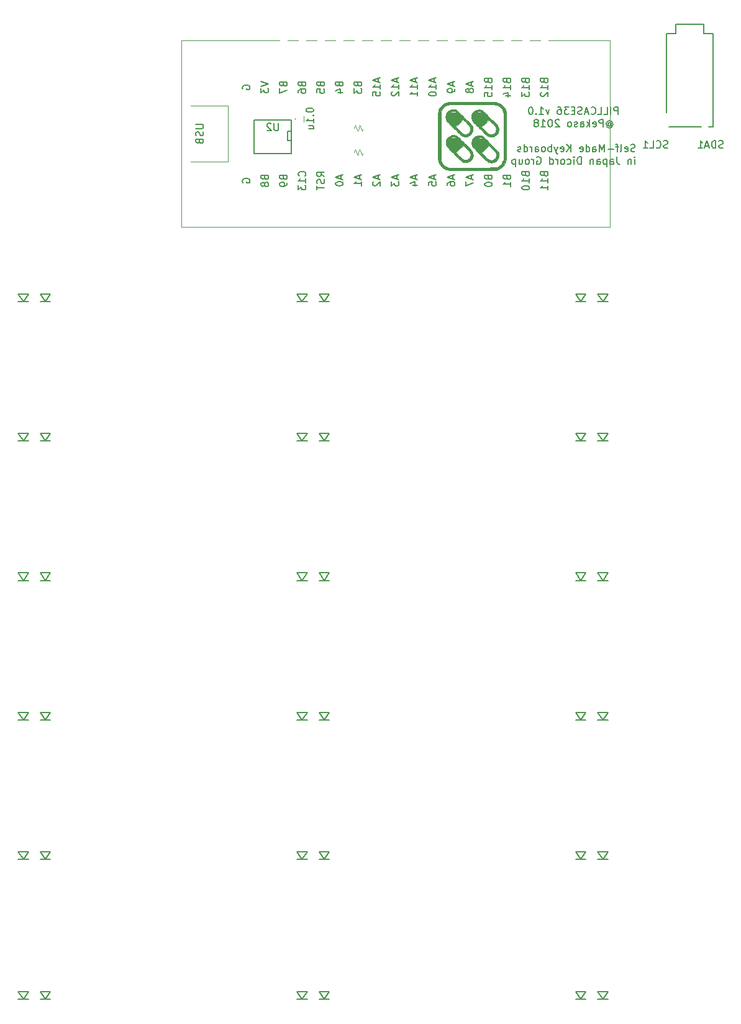
<source format=gbo>
G04 #@! TF.GenerationSoftware,KiCad,Pcbnew,(5.0.0)*
G04 #@! TF.CreationDate,2018-08-31T23:56:11+09:00*
G04 #@! TF.ProjectId,pillcase36,70696C6C6361736533362E6B69636164,rev?*
G04 #@! TF.SameCoordinates,Original*
G04 #@! TF.FileFunction,Legend,Bot*
G04 #@! TF.FilePolarity,Positive*
%FSLAX46Y46*%
G04 Gerber Fmt 4.6, Leading zero omitted, Abs format (unit mm)*
G04 Created by KiCad (PCBNEW (5.0.0)) date 08/31/18 23:56:11*
%MOMM*%
%LPD*%
G01*
G04 APERTURE LIST*
%ADD10C,0.200000*%
%ADD11C,0.010000*%
%ADD12C,0.150000*%
%ADD13C,0.100000*%
%ADD14C,0.120000*%
%ADD15C,2.400000*%
%ADD16C,2.400000*%
%ADD17C,3.000000*%
%ADD18C,2.101800*%
%ADD19C,4.387800*%
%ADD20C,1.390600*%
%ADD21O,1.250000X2.152600*%
%ADD22R,1.600000X2.000000*%
%ADD23R,2.000000X2.000000*%
%ADD24O,2.000000X2.000000*%
%ADD25R,2.000000X1.600000*%
%ADD26C,1.924000*%
%ADD27R,0.908000X1.543000*%
%ADD28R,1.400000X0.900000*%
%ADD29R,0.700000X0.900000*%
%ADD30C,1.900000*%
%ADD31R,1.150000X1.200000*%
%ADD32C,5.400000*%
G04 APERTURE END LIST*
D10*
X145071428Y-49952380D02*
X145071428Y-48952380D01*
X144690476Y-48952380D01*
X144595238Y-49000000D01*
X144547619Y-49047619D01*
X144500000Y-49142857D01*
X144500000Y-49285714D01*
X144547619Y-49380952D01*
X144595238Y-49428571D01*
X144690476Y-49476190D01*
X145071428Y-49476190D01*
X144071428Y-49952380D02*
X144071428Y-48952380D01*
X143119047Y-49952380D02*
X143595238Y-49952380D01*
X143595238Y-48952380D01*
X142309523Y-49952380D02*
X142785714Y-49952380D01*
X142785714Y-48952380D01*
X141404761Y-49857142D02*
X141452380Y-49904761D01*
X141595238Y-49952380D01*
X141690476Y-49952380D01*
X141833333Y-49904761D01*
X141928571Y-49809523D01*
X141976190Y-49714285D01*
X142023809Y-49523809D01*
X142023809Y-49380952D01*
X141976190Y-49190476D01*
X141928571Y-49095238D01*
X141833333Y-49000000D01*
X141690476Y-48952380D01*
X141595238Y-48952380D01*
X141452380Y-49000000D01*
X141404761Y-49047619D01*
X141023809Y-49666666D02*
X140547619Y-49666666D01*
X141119047Y-49952380D02*
X140785714Y-48952380D01*
X140452380Y-49952380D01*
X140166666Y-49904761D02*
X140023809Y-49952380D01*
X139785714Y-49952380D01*
X139690476Y-49904761D01*
X139642857Y-49857142D01*
X139595238Y-49761904D01*
X139595238Y-49666666D01*
X139642857Y-49571428D01*
X139690476Y-49523809D01*
X139785714Y-49476190D01*
X139976190Y-49428571D01*
X140071428Y-49380952D01*
X140119047Y-49333333D01*
X140166666Y-49238095D01*
X140166666Y-49142857D01*
X140119047Y-49047619D01*
X140071428Y-49000000D01*
X139976190Y-48952380D01*
X139738095Y-48952380D01*
X139595238Y-49000000D01*
X139166666Y-49428571D02*
X138833333Y-49428571D01*
X138690476Y-49952380D02*
X139166666Y-49952380D01*
X139166666Y-48952380D01*
X138690476Y-48952380D01*
X138357142Y-48952380D02*
X137738095Y-48952380D01*
X138071428Y-49333333D01*
X137928571Y-49333333D01*
X137833333Y-49380952D01*
X137785714Y-49428571D01*
X137738095Y-49523809D01*
X137738095Y-49761904D01*
X137785714Y-49857142D01*
X137833333Y-49904761D01*
X137928571Y-49952380D01*
X138214285Y-49952380D01*
X138309523Y-49904761D01*
X138357142Y-49857142D01*
X136880952Y-48952380D02*
X137071428Y-48952380D01*
X137166666Y-49000000D01*
X137214285Y-49047619D01*
X137309523Y-49190476D01*
X137357142Y-49380952D01*
X137357142Y-49761904D01*
X137309523Y-49857142D01*
X137261904Y-49904761D01*
X137166666Y-49952380D01*
X136976190Y-49952380D01*
X136880952Y-49904761D01*
X136833333Y-49857142D01*
X136785714Y-49761904D01*
X136785714Y-49523809D01*
X136833333Y-49428571D01*
X136880952Y-49380952D01*
X136976190Y-49333333D01*
X137166666Y-49333333D01*
X137261904Y-49380952D01*
X137309523Y-49428571D01*
X137357142Y-49523809D01*
X135690476Y-49285714D02*
X135452380Y-49952380D01*
X135214285Y-49285714D01*
X134309523Y-49952380D02*
X134880952Y-49952380D01*
X134595238Y-49952380D02*
X134595238Y-48952380D01*
X134690476Y-49095238D01*
X134785714Y-49190476D01*
X134880952Y-49238095D01*
X133880952Y-49857142D02*
X133833333Y-49904761D01*
X133880952Y-49952380D01*
X133928571Y-49904761D01*
X133880952Y-49857142D01*
X133880952Y-49952380D01*
X133214285Y-48952380D02*
X133119047Y-48952380D01*
X133023809Y-49000000D01*
X132976190Y-49047619D01*
X132928571Y-49142857D01*
X132880952Y-49333333D01*
X132880952Y-49571428D01*
X132928571Y-49761904D01*
X132976190Y-49857142D01*
X133023809Y-49904761D01*
X133119047Y-49952380D01*
X133214285Y-49952380D01*
X133309523Y-49904761D01*
X133357142Y-49857142D01*
X133404761Y-49761904D01*
X133452380Y-49571428D01*
X133452380Y-49333333D01*
X133404761Y-49142857D01*
X133357142Y-49047619D01*
X133309523Y-49000000D01*
X133214285Y-48952380D01*
X143714285Y-51176190D02*
X143761904Y-51128571D01*
X143857142Y-51080952D01*
X143952380Y-51080952D01*
X144047619Y-51128571D01*
X144095238Y-51176190D01*
X144142857Y-51271428D01*
X144142857Y-51366666D01*
X144095238Y-51461904D01*
X144047619Y-51509523D01*
X143952380Y-51557142D01*
X143857142Y-51557142D01*
X143761904Y-51509523D01*
X143714285Y-51461904D01*
X143714285Y-51080952D02*
X143714285Y-51461904D01*
X143666666Y-51509523D01*
X143619047Y-51509523D01*
X143523809Y-51461904D01*
X143476190Y-51366666D01*
X143476190Y-51128571D01*
X143571428Y-50985714D01*
X143714285Y-50890476D01*
X143904761Y-50842857D01*
X144095238Y-50890476D01*
X144238095Y-50985714D01*
X144333333Y-51128571D01*
X144380952Y-51319047D01*
X144333333Y-51509523D01*
X144238095Y-51652380D01*
X144095238Y-51747619D01*
X143904761Y-51795238D01*
X143714285Y-51747619D01*
X143571428Y-51652380D01*
X143047619Y-51652380D02*
X143047619Y-50652380D01*
X142666666Y-50652380D01*
X142571428Y-50700000D01*
X142523809Y-50747619D01*
X142476190Y-50842857D01*
X142476190Y-50985714D01*
X142523809Y-51080952D01*
X142571428Y-51128571D01*
X142666666Y-51176190D01*
X143047619Y-51176190D01*
X141666666Y-51604761D02*
X141761904Y-51652380D01*
X141952380Y-51652380D01*
X142047619Y-51604761D01*
X142095238Y-51509523D01*
X142095238Y-51128571D01*
X142047619Y-51033333D01*
X141952380Y-50985714D01*
X141761904Y-50985714D01*
X141666666Y-51033333D01*
X141619047Y-51128571D01*
X141619047Y-51223809D01*
X142095238Y-51319047D01*
X141190476Y-51652380D02*
X141190476Y-50652380D01*
X141095238Y-51271428D02*
X140809523Y-51652380D01*
X140809523Y-50985714D02*
X141190476Y-51366666D01*
X139952380Y-51652380D02*
X139952380Y-51128571D01*
X140000000Y-51033333D01*
X140095238Y-50985714D01*
X140285714Y-50985714D01*
X140380952Y-51033333D01*
X139952380Y-51604761D02*
X140047619Y-51652380D01*
X140285714Y-51652380D01*
X140380952Y-51604761D01*
X140428571Y-51509523D01*
X140428571Y-51414285D01*
X140380952Y-51319047D01*
X140285714Y-51271428D01*
X140047619Y-51271428D01*
X139952380Y-51223809D01*
X139523809Y-51604761D02*
X139428571Y-51652380D01*
X139238095Y-51652380D01*
X139142857Y-51604761D01*
X139095238Y-51509523D01*
X139095238Y-51461904D01*
X139142857Y-51366666D01*
X139238095Y-51319047D01*
X139380952Y-51319047D01*
X139476190Y-51271428D01*
X139523809Y-51176190D01*
X139523809Y-51128571D01*
X139476190Y-51033333D01*
X139380952Y-50985714D01*
X139238095Y-50985714D01*
X139142857Y-51033333D01*
X138523809Y-51652380D02*
X138619047Y-51604761D01*
X138666666Y-51557142D01*
X138714285Y-51461904D01*
X138714285Y-51176190D01*
X138666666Y-51080952D01*
X138619047Y-51033333D01*
X138523809Y-50985714D01*
X138380952Y-50985714D01*
X138285714Y-51033333D01*
X138238095Y-51080952D01*
X138190476Y-51176190D01*
X138190476Y-51461904D01*
X138238095Y-51557142D01*
X138285714Y-51604761D01*
X138380952Y-51652380D01*
X138523809Y-51652380D01*
X137047619Y-50747619D02*
X137000000Y-50700000D01*
X136904761Y-50652380D01*
X136666666Y-50652380D01*
X136571428Y-50700000D01*
X136523809Y-50747619D01*
X136476190Y-50842857D01*
X136476190Y-50938095D01*
X136523809Y-51080952D01*
X137095238Y-51652380D01*
X136476190Y-51652380D01*
X135857142Y-50652380D02*
X135761904Y-50652380D01*
X135666666Y-50700000D01*
X135619047Y-50747619D01*
X135571428Y-50842857D01*
X135523809Y-51033333D01*
X135523809Y-51271428D01*
X135571428Y-51461904D01*
X135619047Y-51557142D01*
X135666666Y-51604761D01*
X135761904Y-51652380D01*
X135857142Y-51652380D01*
X135952380Y-51604761D01*
X136000000Y-51557142D01*
X136047619Y-51461904D01*
X136095238Y-51271428D01*
X136095238Y-51033333D01*
X136047619Y-50842857D01*
X136000000Y-50747619D01*
X135952380Y-50700000D01*
X135857142Y-50652380D01*
X134571428Y-51652380D02*
X135142857Y-51652380D01*
X134857142Y-51652380D02*
X134857142Y-50652380D01*
X134952380Y-50795238D01*
X135047619Y-50890476D01*
X135142857Y-50938095D01*
X134000000Y-51080952D02*
X134095238Y-51033333D01*
X134142857Y-50985714D01*
X134190476Y-50890476D01*
X134190476Y-50842857D01*
X134142857Y-50747619D01*
X134095238Y-50700000D01*
X134000000Y-50652380D01*
X133809523Y-50652380D01*
X133714285Y-50700000D01*
X133666666Y-50747619D01*
X133619047Y-50842857D01*
X133619047Y-50890476D01*
X133666666Y-50985714D01*
X133714285Y-51033333D01*
X133809523Y-51080952D01*
X134000000Y-51080952D01*
X134095238Y-51128571D01*
X134142857Y-51176190D01*
X134190476Y-51271428D01*
X134190476Y-51461904D01*
X134142857Y-51557142D01*
X134095238Y-51604761D01*
X134000000Y-51652380D01*
X133809523Y-51652380D01*
X133714285Y-51604761D01*
X133666666Y-51557142D01*
X133619047Y-51461904D01*
X133619047Y-51271428D01*
X133666666Y-51176190D01*
X133714285Y-51128571D01*
X133809523Y-51080952D01*
X147380952Y-55004761D02*
X147238095Y-55052380D01*
X147000000Y-55052380D01*
X146904761Y-55004761D01*
X146857142Y-54957142D01*
X146809523Y-54861904D01*
X146809523Y-54766666D01*
X146857142Y-54671428D01*
X146904761Y-54623809D01*
X147000000Y-54576190D01*
X147190476Y-54528571D01*
X147285714Y-54480952D01*
X147333333Y-54433333D01*
X147380952Y-54338095D01*
X147380952Y-54242857D01*
X147333333Y-54147619D01*
X147285714Y-54100000D01*
X147190476Y-54052380D01*
X146952380Y-54052380D01*
X146809523Y-54100000D01*
X146000000Y-55004761D02*
X146095238Y-55052380D01*
X146285714Y-55052380D01*
X146380952Y-55004761D01*
X146428571Y-54909523D01*
X146428571Y-54528571D01*
X146380952Y-54433333D01*
X146285714Y-54385714D01*
X146095238Y-54385714D01*
X146000000Y-54433333D01*
X145952380Y-54528571D01*
X145952380Y-54623809D01*
X146428571Y-54719047D01*
X145380952Y-55052380D02*
X145476190Y-55004761D01*
X145523809Y-54909523D01*
X145523809Y-54052380D01*
X145142857Y-54385714D02*
X144761904Y-54385714D01*
X145000000Y-55052380D02*
X145000000Y-54195238D01*
X144952380Y-54100000D01*
X144857142Y-54052380D01*
X144761904Y-54052380D01*
X144428571Y-54671428D02*
X143666666Y-54671428D01*
X143190476Y-55052380D02*
X143190476Y-54052380D01*
X142857142Y-54766666D01*
X142523809Y-54052380D01*
X142523809Y-55052380D01*
X141619047Y-55052380D02*
X141619047Y-54528571D01*
X141666666Y-54433333D01*
X141761904Y-54385714D01*
X141952380Y-54385714D01*
X142047619Y-54433333D01*
X141619047Y-55004761D02*
X141714285Y-55052380D01*
X141952380Y-55052380D01*
X142047619Y-55004761D01*
X142095238Y-54909523D01*
X142095238Y-54814285D01*
X142047619Y-54719047D01*
X141952380Y-54671428D01*
X141714285Y-54671428D01*
X141619047Y-54623809D01*
X140714285Y-55052380D02*
X140714285Y-54052380D01*
X140714285Y-55004761D02*
X140809523Y-55052380D01*
X141000000Y-55052380D01*
X141095238Y-55004761D01*
X141142857Y-54957142D01*
X141190476Y-54861904D01*
X141190476Y-54576190D01*
X141142857Y-54480952D01*
X141095238Y-54433333D01*
X141000000Y-54385714D01*
X140809523Y-54385714D01*
X140714285Y-54433333D01*
X139857142Y-55004761D02*
X139952380Y-55052380D01*
X140142857Y-55052380D01*
X140238095Y-55004761D01*
X140285714Y-54909523D01*
X140285714Y-54528571D01*
X140238095Y-54433333D01*
X140142857Y-54385714D01*
X139952380Y-54385714D01*
X139857142Y-54433333D01*
X139809523Y-54528571D01*
X139809523Y-54623809D01*
X140285714Y-54719047D01*
X138619047Y-55052380D02*
X138619047Y-54052380D01*
X138047619Y-55052380D02*
X138476190Y-54480952D01*
X138047619Y-54052380D02*
X138619047Y-54623809D01*
X137238095Y-55004761D02*
X137333333Y-55052380D01*
X137523809Y-55052380D01*
X137619047Y-55004761D01*
X137666666Y-54909523D01*
X137666666Y-54528571D01*
X137619047Y-54433333D01*
X137523809Y-54385714D01*
X137333333Y-54385714D01*
X137238095Y-54433333D01*
X137190476Y-54528571D01*
X137190476Y-54623809D01*
X137666666Y-54719047D01*
X136857142Y-54385714D02*
X136619047Y-55052380D01*
X136380952Y-54385714D02*
X136619047Y-55052380D01*
X136714285Y-55290476D01*
X136761904Y-55338095D01*
X136857142Y-55385714D01*
X136000000Y-55052380D02*
X136000000Y-54052380D01*
X136000000Y-54433333D02*
X135904761Y-54385714D01*
X135714285Y-54385714D01*
X135619047Y-54433333D01*
X135571428Y-54480952D01*
X135523809Y-54576190D01*
X135523809Y-54861904D01*
X135571428Y-54957142D01*
X135619047Y-55004761D01*
X135714285Y-55052380D01*
X135904761Y-55052380D01*
X136000000Y-55004761D01*
X134952380Y-55052380D02*
X135047619Y-55004761D01*
X135095238Y-54957142D01*
X135142857Y-54861904D01*
X135142857Y-54576190D01*
X135095238Y-54480952D01*
X135047619Y-54433333D01*
X134952380Y-54385714D01*
X134809523Y-54385714D01*
X134714285Y-54433333D01*
X134666666Y-54480952D01*
X134619047Y-54576190D01*
X134619047Y-54861904D01*
X134666666Y-54957142D01*
X134714285Y-55004761D01*
X134809523Y-55052380D01*
X134952380Y-55052380D01*
X133761904Y-55052380D02*
X133761904Y-54528571D01*
X133809523Y-54433333D01*
X133904761Y-54385714D01*
X134095238Y-54385714D01*
X134190476Y-54433333D01*
X133761904Y-55004761D02*
X133857142Y-55052380D01*
X134095238Y-55052380D01*
X134190476Y-55004761D01*
X134238095Y-54909523D01*
X134238095Y-54814285D01*
X134190476Y-54719047D01*
X134095238Y-54671428D01*
X133857142Y-54671428D01*
X133761904Y-54623809D01*
X133285714Y-55052380D02*
X133285714Y-54385714D01*
X133285714Y-54576190D02*
X133238095Y-54480952D01*
X133190476Y-54433333D01*
X133095238Y-54385714D01*
X133000000Y-54385714D01*
X132238095Y-55052380D02*
X132238095Y-54052380D01*
X132238095Y-55004761D02*
X132333333Y-55052380D01*
X132523809Y-55052380D01*
X132619047Y-55004761D01*
X132666666Y-54957142D01*
X132714285Y-54861904D01*
X132714285Y-54576190D01*
X132666666Y-54480952D01*
X132619047Y-54433333D01*
X132523809Y-54385714D01*
X132333333Y-54385714D01*
X132238095Y-54433333D01*
X131809523Y-55004761D02*
X131714285Y-55052380D01*
X131523809Y-55052380D01*
X131428571Y-55004761D01*
X131380952Y-54909523D01*
X131380952Y-54861904D01*
X131428571Y-54766666D01*
X131523809Y-54719047D01*
X131666666Y-54719047D01*
X131761904Y-54671428D01*
X131809523Y-54576190D01*
X131809523Y-54528571D01*
X131761904Y-54433333D01*
X131666666Y-54385714D01*
X131523809Y-54385714D01*
X131428571Y-54433333D01*
X147333333Y-56752380D02*
X147333333Y-56085714D01*
X147333333Y-55752380D02*
X147380952Y-55800000D01*
X147333333Y-55847619D01*
X147285714Y-55800000D01*
X147333333Y-55752380D01*
X147333333Y-55847619D01*
X146857142Y-56085714D02*
X146857142Y-56752380D01*
X146857142Y-56180952D02*
X146809523Y-56133333D01*
X146714285Y-56085714D01*
X146571428Y-56085714D01*
X146476190Y-56133333D01*
X146428571Y-56228571D01*
X146428571Y-56752380D01*
X144904761Y-55752380D02*
X144904761Y-56466666D01*
X144952380Y-56609523D01*
X145047619Y-56704761D01*
X145190476Y-56752380D01*
X145285714Y-56752380D01*
X144000000Y-56752380D02*
X144000000Y-56228571D01*
X144047619Y-56133333D01*
X144142857Y-56085714D01*
X144333333Y-56085714D01*
X144428571Y-56133333D01*
X144000000Y-56704761D02*
X144095238Y-56752380D01*
X144333333Y-56752380D01*
X144428571Y-56704761D01*
X144476190Y-56609523D01*
X144476190Y-56514285D01*
X144428571Y-56419047D01*
X144333333Y-56371428D01*
X144095238Y-56371428D01*
X144000000Y-56323809D01*
X143523809Y-56085714D02*
X143523809Y-57085714D01*
X143523809Y-56133333D02*
X143428571Y-56085714D01*
X143238095Y-56085714D01*
X143142857Y-56133333D01*
X143095238Y-56180952D01*
X143047619Y-56276190D01*
X143047619Y-56561904D01*
X143095238Y-56657142D01*
X143142857Y-56704761D01*
X143238095Y-56752380D01*
X143428571Y-56752380D01*
X143523809Y-56704761D01*
X142190476Y-56752380D02*
X142190476Y-56228571D01*
X142238095Y-56133333D01*
X142333333Y-56085714D01*
X142523809Y-56085714D01*
X142619047Y-56133333D01*
X142190476Y-56704761D02*
X142285714Y-56752380D01*
X142523809Y-56752380D01*
X142619047Y-56704761D01*
X142666666Y-56609523D01*
X142666666Y-56514285D01*
X142619047Y-56419047D01*
X142523809Y-56371428D01*
X142285714Y-56371428D01*
X142190476Y-56323809D01*
X141714285Y-56085714D02*
X141714285Y-56752380D01*
X141714285Y-56180952D02*
X141666666Y-56133333D01*
X141571428Y-56085714D01*
X141428571Y-56085714D01*
X141333333Y-56133333D01*
X141285714Y-56228571D01*
X141285714Y-56752380D01*
X140047619Y-56752380D02*
X140047619Y-55752380D01*
X139809523Y-55752380D01*
X139666666Y-55800000D01*
X139571428Y-55895238D01*
X139523809Y-55990476D01*
X139476190Y-56180952D01*
X139476190Y-56323809D01*
X139523809Y-56514285D01*
X139571428Y-56609523D01*
X139666666Y-56704761D01*
X139809523Y-56752380D01*
X140047619Y-56752380D01*
X139047619Y-56752380D02*
X139047619Y-56085714D01*
X139047619Y-55752380D02*
X139095238Y-55800000D01*
X139047619Y-55847619D01*
X139000000Y-55800000D01*
X139047619Y-55752380D01*
X139047619Y-55847619D01*
X138142857Y-56704761D02*
X138238095Y-56752380D01*
X138428571Y-56752380D01*
X138523809Y-56704761D01*
X138571428Y-56657142D01*
X138619047Y-56561904D01*
X138619047Y-56276190D01*
X138571428Y-56180952D01*
X138523809Y-56133333D01*
X138428571Y-56085714D01*
X138238095Y-56085714D01*
X138142857Y-56133333D01*
X137571428Y-56752380D02*
X137666666Y-56704761D01*
X137714285Y-56657142D01*
X137761904Y-56561904D01*
X137761904Y-56276190D01*
X137714285Y-56180952D01*
X137666666Y-56133333D01*
X137571428Y-56085714D01*
X137428571Y-56085714D01*
X137333333Y-56133333D01*
X137285714Y-56180952D01*
X137238095Y-56276190D01*
X137238095Y-56561904D01*
X137285714Y-56657142D01*
X137333333Y-56704761D01*
X137428571Y-56752380D01*
X137571428Y-56752380D01*
X136809523Y-56752380D02*
X136809523Y-56085714D01*
X136809523Y-56276190D02*
X136761904Y-56180952D01*
X136714285Y-56133333D01*
X136619047Y-56085714D01*
X136523809Y-56085714D01*
X135761904Y-56752380D02*
X135761904Y-55752380D01*
X135761904Y-56704761D02*
X135857142Y-56752380D01*
X136047619Y-56752380D01*
X136142857Y-56704761D01*
X136190476Y-56657142D01*
X136238095Y-56561904D01*
X136238095Y-56276190D01*
X136190476Y-56180952D01*
X136142857Y-56133333D01*
X136047619Y-56085714D01*
X135857142Y-56085714D01*
X135761904Y-56133333D01*
X134000000Y-55800000D02*
X134095238Y-55752380D01*
X134238095Y-55752380D01*
X134380952Y-55800000D01*
X134476190Y-55895238D01*
X134523809Y-55990476D01*
X134571428Y-56180952D01*
X134571428Y-56323809D01*
X134523809Y-56514285D01*
X134476190Y-56609523D01*
X134380952Y-56704761D01*
X134238095Y-56752380D01*
X134142857Y-56752380D01*
X134000000Y-56704761D01*
X133952380Y-56657142D01*
X133952380Y-56323809D01*
X134142857Y-56323809D01*
X133523809Y-56752380D02*
X133523809Y-56085714D01*
X133523809Y-56276190D02*
X133476190Y-56180952D01*
X133428571Y-56133333D01*
X133333333Y-56085714D01*
X133238095Y-56085714D01*
X132761904Y-56752380D02*
X132857142Y-56704761D01*
X132904761Y-56657142D01*
X132952380Y-56561904D01*
X132952380Y-56276190D01*
X132904761Y-56180952D01*
X132857142Y-56133333D01*
X132761904Y-56085714D01*
X132619047Y-56085714D01*
X132523809Y-56133333D01*
X132476190Y-56180952D01*
X132428571Y-56276190D01*
X132428571Y-56561904D01*
X132476190Y-56657142D01*
X132523809Y-56704761D01*
X132619047Y-56752380D01*
X132761904Y-56752380D01*
X131571428Y-56085714D02*
X131571428Y-56752380D01*
X132000000Y-56085714D02*
X132000000Y-56609523D01*
X131952380Y-56704761D01*
X131857142Y-56752380D01*
X131714285Y-56752380D01*
X131619047Y-56704761D01*
X131571428Y-56657142D01*
X131095238Y-56085714D02*
X131095238Y-57085714D01*
X131095238Y-56133333D02*
X131000000Y-56085714D01*
X130809523Y-56085714D01*
X130714285Y-56133333D01*
X130666666Y-56180952D01*
X130619047Y-56276190D01*
X130619047Y-56561904D01*
X130666666Y-56657142D01*
X130714285Y-56704761D01*
X130809523Y-56752380D01*
X131000000Y-56752380D01*
X131095238Y-56704761D01*
D11*
G04 #@! TO.C,G\002A\002A\002A*
G36*
X122345575Y-49319331D02*
X122185676Y-49370866D01*
X122036912Y-49447817D01*
X121902526Y-49548611D01*
X121785764Y-49671673D01*
X121689867Y-49815427D01*
X121618082Y-49978300D01*
X121584200Y-50101494D01*
X121563232Y-50279904D01*
X121575357Y-50456794D01*
X121619829Y-50629285D01*
X121695903Y-50794495D01*
X121802832Y-50949545D01*
X121804338Y-50951379D01*
X121832167Y-50982531D01*
X121881250Y-51034523D01*
X121949178Y-51104953D01*
X122033543Y-51191419D01*
X122131937Y-51291518D01*
X122241953Y-51402849D01*
X122361182Y-51523008D01*
X122487216Y-51649594D01*
X122617649Y-51780206D01*
X122750070Y-51912440D01*
X122882074Y-52043894D01*
X123011252Y-52172166D01*
X123135195Y-52294855D01*
X123251497Y-52409558D01*
X123357749Y-52513872D01*
X123451543Y-52605397D01*
X123530471Y-52681728D01*
X123592125Y-52740465D01*
X123634099Y-52779206D01*
X123650600Y-52793231D01*
X123767453Y-52868024D01*
X123901168Y-52930322D01*
X123980265Y-52957563D01*
X124072015Y-52977347D01*
X124181433Y-52989801D01*
X124293991Y-52994070D01*
X124395161Y-52989298D01*
X124432130Y-52984150D01*
X124605756Y-52935992D01*
X124767980Y-52856357D01*
X124917083Y-52746218D01*
X125006298Y-52658570D01*
X125116759Y-52513929D01*
X125197491Y-52355722D01*
X125248006Y-52187467D01*
X125267814Y-52012687D01*
X125266771Y-51996404D01*
X124940327Y-51996404D01*
X124918590Y-52137356D01*
X124868062Y-52272733D01*
X124790796Y-52395719D01*
X124757018Y-52435444D01*
X124648944Y-52534660D01*
X124533142Y-52603568D01*
X124404586Y-52644210D01*
X124258254Y-52658628D01*
X124209400Y-52658122D01*
X124126885Y-52653664D01*
X124064175Y-52644464D01*
X124007246Y-52627414D01*
X123942077Y-52599406D01*
X123939844Y-52598362D01*
X123907090Y-52581991D01*
X123874726Y-52562923D01*
X123839839Y-52538579D01*
X123799519Y-52506383D01*
X123750852Y-52463755D01*
X123690928Y-52408117D01*
X123616834Y-52336892D01*
X123525658Y-52247500D01*
X123414489Y-52137365D01*
X123376360Y-52099452D01*
X122930033Y-51655399D01*
X123930939Y-50656333D01*
X124368562Y-51096600D01*
X124495309Y-51224664D01*
X124600092Y-51332273D01*
X124685239Y-51422567D01*
X124753076Y-51498691D01*
X124805930Y-51563788D01*
X124846126Y-51621000D01*
X124875993Y-51673470D01*
X124897856Y-51724342D01*
X124914042Y-51776759D01*
X124926878Y-51833864D01*
X124931223Y-51856695D01*
X124940327Y-51996404D01*
X125266771Y-51996404D01*
X125256426Y-51834901D01*
X125213354Y-51657630D01*
X125162656Y-51532723D01*
X125146636Y-51501633D01*
X125127222Y-51469810D01*
X125102009Y-51434561D01*
X125068590Y-51393194D01*
X125024561Y-51343016D01*
X124967515Y-51281336D01*
X124895048Y-51205461D01*
X124804754Y-51112698D01*
X124694228Y-51000356D01*
X124619175Y-50924429D01*
X124485480Y-50789633D01*
X124334942Y-50638375D01*
X124174853Y-50477950D01*
X124012508Y-50315653D01*
X123855198Y-50158777D01*
X123710217Y-50014618D01*
X123636504Y-49941542D01*
X123510702Y-49817291D01*
X123406050Y-49714742D01*
X123396858Y-49705862D01*
X123057069Y-49705862D01*
X123048308Y-49711685D01*
X123022754Y-49714262D01*
X122976994Y-49713939D01*
X122907613Y-49711063D01*
X122811198Y-49705981D01*
X122685478Y-49699102D01*
X122578760Y-49693032D01*
X122478500Y-49686799D01*
X122391654Y-49680875D01*
X122325181Y-49675734D01*
X122287651Y-49672057D01*
X122211635Y-49662443D01*
X122250245Y-49631178D01*
X122287365Y-49608026D01*
X122342506Y-49581183D01*
X122385528Y-49563502D01*
X122440053Y-49545463D01*
X122492135Y-49535396D01*
X122553517Y-49531959D01*
X122635948Y-49533815D01*
X122643067Y-49534119D01*
X122761484Y-49545121D01*
X122857174Y-49568808D01*
X122939998Y-49608648D01*
X123016721Y-49665446D01*
X123037862Y-49683090D01*
X123052449Y-49696446D01*
X123057069Y-49705862D01*
X123396858Y-49705862D01*
X123319890Y-49631510D01*
X123249564Y-49565210D01*
X123192415Y-49513457D01*
X123145785Y-49473868D01*
X123107015Y-49444057D01*
X123073449Y-49421640D01*
X123042428Y-49404232D01*
X123031638Y-49398861D01*
X122859640Y-49332979D01*
X122685801Y-49298813D01*
X122513365Y-49294789D01*
X122345575Y-49319331D01*
X122345575Y-49319331D01*
G37*
X122345575Y-49319331D02*
X122185676Y-49370866D01*
X122036912Y-49447817D01*
X121902526Y-49548611D01*
X121785764Y-49671673D01*
X121689867Y-49815427D01*
X121618082Y-49978300D01*
X121584200Y-50101494D01*
X121563232Y-50279904D01*
X121575357Y-50456794D01*
X121619829Y-50629285D01*
X121695903Y-50794495D01*
X121802832Y-50949545D01*
X121804338Y-50951379D01*
X121832167Y-50982531D01*
X121881250Y-51034523D01*
X121949178Y-51104953D01*
X122033543Y-51191419D01*
X122131937Y-51291518D01*
X122241953Y-51402849D01*
X122361182Y-51523008D01*
X122487216Y-51649594D01*
X122617649Y-51780206D01*
X122750070Y-51912440D01*
X122882074Y-52043894D01*
X123011252Y-52172166D01*
X123135195Y-52294855D01*
X123251497Y-52409558D01*
X123357749Y-52513872D01*
X123451543Y-52605397D01*
X123530471Y-52681728D01*
X123592125Y-52740465D01*
X123634099Y-52779206D01*
X123650600Y-52793231D01*
X123767453Y-52868024D01*
X123901168Y-52930322D01*
X123980265Y-52957563D01*
X124072015Y-52977347D01*
X124181433Y-52989801D01*
X124293991Y-52994070D01*
X124395161Y-52989298D01*
X124432130Y-52984150D01*
X124605756Y-52935992D01*
X124767980Y-52856357D01*
X124917083Y-52746218D01*
X125006298Y-52658570D01*
X125116759Y-52513929D01*
X125197491Y-52355722D01*
X125248006Y-52187467D01*
X125267814Y-52012687D01*
X125266771Y-51996404D01*
X124940327Y-51996404D01*
X124918590Y-52137356D01*
X124868062Y-52272733D01*
X124790796Y-52395719D01*
X124757018Y-52435444D01*
X124648944Y-52534660D01*
X124533142Y-52603568D01*
X124404586Y-52644210D01*
X124258254Y-52658628D01*
X124209400Y-52658122D01*
X124126885Y-52653664D01*
X124064175Y-52644464D01*
X124007246Y-52627414D01*
X123942077Y-52599406D01*
X123939844Y-52598362D01*
X123907090Y-52581991D01*
X123874726Y-52562923D01*
X123839839Y-52538579D01*
X123799519Y-52506383D01*
X123750852Y-52463755D01*
X123690928Y-52408117D01*
X123616834Y-52336892D01*
X123525658Y-52247500D01*
X123414489Y-52137365D01*
X123376360Y-52099452D01*
X122930033Y-51655399D01*
X123930939Y-50656333D01*
X124368562Y-51096600D01*
X124495309Y-51224664D01*
X124600092Y-51332273D01*
X124685239Y-51422567D01*
X124753076Y-51498691D01*
X124805930Y-51563788D01*
X124846126Y-51621000D01*
X124875993Y-51673470D01*
X124897856Y-51724342D01*
X124914042Y-51776759D01*
X124926878Y-51833864D01*
X124931223Y-51856695D01*
X124940327Y-51996404D01*
X125266771Y-51996404D01*
X125256426Y-51834901D01*
X125213354Y-51657630D01*
X125162656Y-51532723D01*
X125146636Y-51501633D01*
X125127222Y-51469810D01*
X125102009Y-51434561D01*
X125068590Y-51393194D01*
X125024561Y-51343016D01*
X124967515Y-51281336D01*
X124895048Y-51205461D01*
X124804754Y-51112698D01*
X124694228Y-51000356D01*
X124619175Y-50924429D01*
X124485480Y-50789633D01*
X124334942Y-50638375D01*
X124174853Y-50477950D01*
X124012508Y-50315653D01*
X123855198Y-50158777D01*
X123710217Y-50014618D01*
X123636504Y-49941542D01*
X123510702Y-49817291D01*
X123406050Y-49714742D01*
X123396858Y-49705862D01*
X123057069Y-49705862D01*
X123048308Y-49711685D01*
X123022754Y-49714262D01*
X122976994Y-49713939D01*
X122907613Y-49711063D01*
X122811198Y-49705981D01*
X122685478Y-49699102D01*
X122578760Y-49693032D01*
X122478500Y-49686799D01*
X122391654Y-49680875D01*
X122325181Y-49675734D01*
X122287651Y-49672057D01*
X122211635Y-49662443D01*
X122250245Y-49631178D01*
X122287365Y-49608026D01*
X122342506Y-49581183D01*
X122385528Y-49563502D01*
X122440053Y-49545463D01*
X122492135Y-49535396D01*
X122553517Y-49531959D01*
X122635948Y-49533815D01*
X122643067Y-49534119D01*
X122761484Y-49545121D01*
X122857174Y-49568808D01*
X122939998Y-49608648D01*
X123016721Y-49665446D01*
X123037862Y-49683090D01*
X123052449Y-49696446D01*
X123057069Y-49705862D01*
X123396858Y-49705862D01*
X123319890Y-49631510D01*
X123249564Y-49565210D01*
X123192415Y-49513457D01*
X123145785Y-49473868D01*
X123107015Y-49444057D01*
X123073449Y-49421640D01*
X123042428Y-49404232D01*
X123031638Y-49398861D01*
X122859640Y-49332979D01*
X122685801Y-49298813D01*
X122513365Y-49294789D01*
X122345575Y-49319331D01*
G36*
X125895039Y-49336982D02*
X125722348Y-49384031D01*
X125562615Y-49462366D01*
X125415996Y-49571924D01*
X125369918Y-49615517D01*
X125249881Y-49757360D01*
X125161272Y-49911657D01*
X125103811Y-50079085D01*
X125077221Y-50260324D01*
X125075158Y-50334600D01*
X125077191Y-50424709D01*
X125084209Y-50495669D01*
X125098585Y-50562096D01*
X125122694Y-50638609D01*
X125126163Y-50648614D01*
X125157487Y-50728290D01*
X125194894Y-50808711D01*
X125231289Y-50874866D01*
X125238232Y-50885681D01*
X125259938Y-50912231D01*
X125303738Y-50960543D01*
X125367640Y-51028570D01*
X125449652Y-51114265D01*
X125547782Y-51215583D01*
X125660037Y-51330477D01*
X125784425Y-51456903D01*
X125918954Y-51592813D01*
X126061630Y-51736161D01*
X126210462Y-51884902D01*
X126236284Y-51910628D01*
X126410416Y-52083930D01*
X126562403Y-52234902D01*
X126694005Y-52365202D01*
X126806984Y-52476488D01*
X126903100Y-52570417D01*
X126984114Y-52648649D01*
X127051787Y-52712841D01*
X127107881Y-52764651D01*
X127154155Y-52805737D01*
X127192371Y-52837757D01*
X127224290Y-52862371D01*
X127251673Y-52881234D01*
X127276280Y-52896006D01*
X127291267Y-52904019D01*
X127366250Y-52938771D01*
X127447160Y-52970541D01*
X127513845Y-52991690D01*
X127603661Y-53007512D01*
X127712005Y-53015593D01*
X127826110Y-53015913D01*
X127933211Y-53008449D01*
X128020540Y-52993180D01*
X128022886Y-52992557D01*
X128171226Y-52940487D01*
X128304821Y-52866385D01*
X128431894Y-52765356D01*
X128476740Y-52722339D01*
X128597169Y-52582662D01*
X128685307Y-52435599D01*
X128742456Y-52278074D01*
X128769914Y-52107014D01*
X128772654Y-52029946D01*
X128446306Y-52029946D01*
X128423524Y-52170473D01*
X128373056Y-52304426D01*
X128297729Y-52425955D01*
X128200368Y-52529208D01*
X128093596Y-52603123D01*
X127988379Y-52652650D01*
X127888401Y-52680821D01*
X127779444Y-52690834D01*
X127708743Y-52689681D01*
X127628374Y-52683930D01*
X127566001Y-52672400D01*
X127505801Y-52651080D01*
X127446277Y-52623139D01*
X127411983Y-52604978D01*
X127377942Y-52583968D01*
X127341204Y-52557473D01*
X127298817Y-52522859D01*
X127247831Y-52477490D01*
X127185297Y-52418732D01*
X127108264Y-52343949D01*
X127013782Y-52250506D01*
X126898900Y-52135769D01*
X126884946Y-52121790D01*
X126444759Y-51680714D01*
X127435115Y-50690358D01*
X127876102Y-51130545D01*
X128003316Y-51258063D01*
X128108480Y-51365180D01*
X128193909Y-51455018D01*
X128261920Y-51530697D01*
X128314827Y-51595338D01*
X128354946Y-51652063D01*
X128384594Y-51703993D01*
X128406084Y-51754248D01*
X128421733Y-51805951D01*
X128433857Y-51862221D01*
X128438580Y-51888696D01*
X128446306Y-52029946D01*
X128772654Y-52029946D01*
X128772934Y-52022089D01*
X128767735Y-51894985D01*
X128749973Y-51783966D01*
X128716398Y-51674786D01*
X128668066Y-51562266D01*
X128600115Y-51418333D01*
X127640891Y-50460185D01*
X127464867Y-50284457D01*
X127310986Y-50131109D01*
X127177517Y-49998502D01*
X127062726Y-49884999D01*
X126964880Y-49788962D01*
X126910403Y-49736083D01*
X126579497Y-49736083D01*
X126579403Y-49745231D01*
X126560030Y-49748130D01*
X126515973Y-49746078D01*
X126469322Y-49742529D01*
X126406692Y-49737920D01*
X126320031Y-49731969D01*
X126219115Y-49725328D01*
X126113722Y-49718647D01*
X126072356Y-49716100D01*
X125976021Y-49710406D01*
X125888033Y-49705536D01*
X125815559Y-49701862D01*
X125765766Y-49699756D01*
X125750623Y-49699400D01*
X125699534Y-49699201D01*
X125775774Y-49649324D01*
X125886221Y-49594631D01*
X126012749Y-49561054D01*
X126142861Y-49551530D01*
X126181691Y-49553894D01*
X126257708Y-49568364D01*
X126343711Y-49595848D01*
X126429373Y-49631894D01*
X126504366Y-49672052D01*
X126558361Y-49711871D01*
X126565718Y-49719389D01*
X126579497Y-49736083D01*
X126910403Y-49736083D01*
X126882247Y-49708753D01*
X126813093Y-49642734D01*
X126755686Y-49589266D01*
X126708293Y-49546713D01*
X126669181Y-49513435D01*
X126636616Y-49487796D01*
X126608867Y-49468157D01*
X126584201Y-49452879D01*
X126563134Y-49441470D01*
X126434036Y-49382525D01*
X126315007Y-49345047D01*
X126192969Y-49325780D01*
X126080534Y-49321285D01*
X125895039Y-49336982D01*
X125895039Y-49336982D01*
G37*
X125895039Y-49336982D02*
X125722348Y-49384031D01*
X125562615Y-49462366D01*
X125415996Y-49571924D01*
X125369918Y-49615517D01*
X125249881Y-49757360D01*
X125161272Y-49911657D01*
X125103811Y-50079085D01*
X125077221Y-50260324D01*
X125075158Y-50334600D01*
X125077191Y-50424709D01*
X125084209Y-50495669D01*
X125098585Y-50562096D01*
X125122694Y-50638609D01*
X125126163Y-50648614D01*
X125157487Y-50728290D01*
X125194894Y-50808711D01*
X125231289Y-50874866D01*
X125238232Y-50885681D01*
X125259938Y-50912231D01*
X125303738Y-50960543D01*
X125367640Y-51028570D01*
X125449652Y-51114265D01*
X125547782Y-51215583D01*
X125660037Y-51330477D01*
X125784425Y-51456903D01*
X125918954Y-51592813D01*
X126061630Y-51736161D01*
X126210462Y-51884902D01*
X126236284Y-51910628D01*
X126410416Y-52083930D01*
X126562403Y-52234902D01*
X126694005Y-52365202D01*
X126806984Y-52476488D01*
X126903100Y-52570417D01*
X126984114Y-52648649D01*
X127051787Y-52712841D01*
X127107881Y-52764651D01*
X127154155Y-52805737D01*
X127192371Y-52837757D01*
X127224290Y-52862371D01*
X127251673Y-52881234D01*
X127276280Y-52896006D01*
X127291267Y-52904019D01*
X127366250Y-52938771D01*
X127447160Y-52970541D01*
X127513845Y-52991690D01*
X127603661Y-53007512D01*
X127712005Y-53015593D01*
X127826110Y-53015913D01*
X127933211Y-53008449D01*
X128020540Y-52993180D01*
X128022886Y-52992557D01*
X128171226Y-52940487D01*
X128304821Y-52866385D01*
X128431894Y-52765356D01*
X128476740Y-52722339D01*
X128597169Y-52582662D01*
X128685307Y-52435599D01*
X128742456Y-52278074D01*
X128769914Y-52107014D01*
X128772654Y-52029946D01*
X128446306Y-52029946D01*
X128423524Y-52170473D01*
X128373056Y-52304426D01*
X128297729Y-52425955D01*
X128200368Y-52529208D01*
X128093596Y-52603123D01*
X127988379Y-52652650D01*
X127888401Y-52680821D01*
X127779444Y-52690834D01*
X127708743Y-52689681D01*
X127628374Y-52683930D01*
X127566001Y-52672400D01*
X127505801Y-52651080D01*
X127446277Y-52623139D01*
X127411983Y-52604978D01*
X127377942Y-52583968D01*
X127341204Y-52557473D01*
X127298817Y-52522859D01*
X127247831Y-52477490D01*
X127185297Y-52418732D01*
X127108264Y-52343949D01*
X127013782Y-52250506D01*
X126898900Y-52135769D01*
X126884946Y-52121790D01*
X126444759Y-51680714D01*
X127435115Y-50690358D01*
X127876102Y-51130545D01*
X128003316Y-51258063D01*
X128108480Y-51365180D01*
X128193909Y-51455018D01*
X128261920Y-51530697D01*
X128314827Y-51595338D01*
X128354946Y-51652063D01*
X128384594Y-51703993D01*
X128406084Y-51754248D01*
X128421733Y-51805951D01*
X128433857Y-51862221D01*
X128438580Y-51888696D01*
X128446306Y-52029946D01*
X128772654Y-52029946D01*
X128772934Y-52022089D01*
X128767735Y-51894985D01*
X128749973Y-51783966D01*
X128716398Y-51674786D01*
X128668066Y-51562266D01*
X128600115Y-51418333D01*
X127640891Y-50460185D01*
X127464867Y-50284457D01*
X127310986Y-50131109D01*
X127177517Y-49998502D01*
X127062726Y-49884999D01*
X126964880Y-49788962D01*
X126910403Y-49736083D01*
X126579497Y-49736083D01*
X126579403Y-49745231D01*
X126560030Y-49748130D01*
X126515973Y-49746078D01*
X126469322Y-49742529D01*
X126406692Y-49737920D01*
X126320031Y-49731969D01*
X126219115Y-49725328D01*
X126113722Y-49718647D01*
X126072356Y-49716100D01*
X125976021Y-49710406D01*
X125888033Y-49705536D01*
X125815559Y-49701862D01*
X125765766Y-49699756D01*
X125750623Y-49699400D01*
X125699534Y-49699201D01*
X125775774Y-49649324D01*
X125886221Y-49594631D01*
X126012749Y-49561054D01*
X126142861Y-49551530D01*
X126181691Y-49553894D01*
X126257708Y-49568364D01*
X126343711Y-49595848D01*
X126429373Y-49631894D01*
X126504366Y-49672052D01*
X126558361Y-49711871D01*
X126565718Y-49719389D01*
X126579497Y-49736083D01*
X126910403Y-49736083D01*
X126882247Y-49708753D01*
X126813093Y-49642734D01*
X126755686Y-49589266D01*
X126708293Y-49546713D01*
X126669181Y-49513435D01*
X126636616Y-49487796D01*
X126608867Y-49468157D01*
X126584201Y-49452879D01*
X126563134Y-49441470D01*
X126434036Y-49382525D01*
X126315007Y-49345047D01*
X126192969Y-49325780D01*
X126080534Y-49321285D01*
X125895039Y-49336982D01*
G36*
X122495039Y-52805972D02*
X122326007Y-52839427D01*
X122165781Y-52900411D01*
X122018052Y-52986870D01*
X121886513Y-53096751D01*
X121774856Y-53227999D01*
X121686772Y-53378562D01*
X121639182Y-53500430D01*
X121616599Y-53599601D01*
X121603488Y-53716280D01*
X121599951Y-53839375D01*
X121606091Y-53957798D01*
X121622010Y-54060457D01*
X121633620Y-54102266D01*
X121648267Y-54145345D01*
X121662397Y-54184355D01*
X121677625Y-54221151D01*
X121695568Y-54257586D01*
X121717842Y-54295513D01*
X121746063Y-54336785D01*
X121781846Y-54383256D01*
X121826808Y-54436778D01*
X121882565Y-54499206D01*
X121950733Y-54572392D01*
X122032927Y-54658190D01*
X122130764Y-54758452D01*
X122245860Y-54875033D01*
X122379830Y-55009785D01*
X122534291Y-55164563D01*
X122710858Y-55341218D01*
X122734957Y-55365324D01*
X122910134Y-55540499D01*
X123063151Y-55693333D01*
X123195761Y-55825471D01*
X123309713Y-55938557D01*
X123406758Y-56034236D01*
X123488647Y-56114152D01*
X123557131Y-56179949D01*
X123613960Y-56233273D01*
X123660886Y-56275766D01*
X123699657Y-56309075D01*
X123732026Y-56334843D01*
X123759743Y-56354715D01*
X123784559Y-56370335D01*
X123808224Y-56383348D01*
X123830587Y-56394480D01*
X124009136Y-56463608D01*
X124189055Y-56498949D01*
X124370891Y-56500573D01*
X124505734Y-56480382D01*
X124671280Y-56427867D01*
X124824950Y-56346166D01*
X124963157Y-56238930D01*
X125082317Y-56109811D01*
X125178844Y-55962458D01*
X125249151Y-55800524D01*
X125278087Y-55693999D01*
X125297318Y-55523850D01*
X125290914Y-55425786D01*
X124960541Y-55425786D01*
X124959534Y-55513719D01*
X124953025Y-55602463D01*
X124941483Y-55669961D01*
X124922273Y-55728747D01*
X124907266Y-55762364D01*
X124824883Y-55896577D01*
X124718376Y-56008588D01*
X124591000Y-56095407D01*
X124500165Y-56136320D01*
X124403185Y-56159583D01*
X124288641Y-56167435D01*
X124168802Y-56160495D01*
X124055937Y-56139382D01*
X123972334Y-56109670D01*
X123941808Y-56093431D01*
X123908076Y-56071351D01*
X123868424Y-56040996D01*
X123820140Y-55999928D01*
X123760510Y-55945713D01*
X123686821Y-55875913D01*
X123596360Y-55788093D01*
X123486414Y-55679816D01*
X123417469Y-55611470D01*
X122964205Y-55161407D01*
X123459688Y-54665710D01*
X123955171Y-54170014D01*
X124383462Y-54597573D01*
X124485002Y-54699721D01*
X124580691Y-54797465D01*
X124667392Y-54887490D01*
X124741968Y-54966478D01*
X124801282Y-55031115D01*
X124842199Y-55078085D01*
X124859976Y-55101333D01*
X124915011Y-55204458D01*
X124947661Y-55309000D01*
X124960541Y-55425786D01*
X125290914Y-55425786D01*
X125285930Y-55349481D01*
X125245270Y-55177863D01*
X125176682Y-55015965D01*
X125132788Y-54941530D01*
X125105772Y-54907049D01*
X125054922Y-54849652D01*
X124980795Y-54769914D01*
X124883951Y-54668414D01*
X124764947Y-54545726D01*
X124624342Y-54402429D01*
X124462693Y-54239099D01*
X124280561Y-54056312D01*
X124138031Y-53913956D01*
X123958452Y-53734959D01*
X123800956Y-53578264D01*
X123663633Y-53442271D01*
X123544574Y-53325380D01*
X123441870Y-53225990D01*
X123436083Y-53220515D01*
X123108734Y-53220515D01*
X123015601Y-53219606D01*
X122968814Y-53218287D01*
X122895532Y-53215174D01*
X122803059Y-53210627D01*
X122698697Y-53205001D01*
X122596236Y-53199049D01*
X122489514Y-53191790D01*
X122398570Y-53183973D01*
X122327963Y-53176104D01*
X122282256Y-53168687D01*
X122266036Y-53162466D01*
X122277974Y-53146964D01*
X122313085Y-53122611D01*
X122363667Y-53094733D01*
X122412857Y-53071521D01*
X122455144Y-53056684D01*
X122500696Y-53048373D01*
X122559681Y-53044739D01*
X122642269Y-53043933D01*
X122643067Y-53043933D01*
X122726845Y-53044824D01*
X122786746Y-53048632D01*
X122832735Y-53057055D01*
X122874781Y-53071793D01*
X122914001Y-53090125D01*
X122974496Y-53123010D01*
X123030558Y-53158219D01*
X123057934Y-53178416D01*
X123108734Y-53220515D01*
X123436083Y-53220515D01*
X123353612Y-53142500D01*
X123277890Y-53073311D01*
X123212795Y-53016822D01*
X123156417Y-52971432D01*
X123106849Y-52935541D01*
X123062179Y-52907549D01*
X123020500Y-52885855D01*
X122979902Y-52868859D01*
X122938475Y-52854960D01*
X122894311Y-52842557D01*
X122845500Y-52830052D01*
X122844752Y-52829863D01*
X122669185Y-52802099D01*
X122495039Y-52805972D01*
X122495039Y-52805972D01*
G37*
X122495039Y-52805972D02*
X122326007Y-52839427D01*
X122165781Y-52900411D01*
X122018052Y-52986870D01*
X121886513Y-53096751D01*
X121774856Y-53227999D01*
X121686772Y-53378562D01*
X121639182Y-53500430D01*
X121616599Y-53599601D01*
X121603488Y-53716280D01*
X121599951Y-53839375D01*
X121606091Y-53957798D01*
X121622010Y-54060457D01*
X121633620Y-54102266D01*
X121648267Y-54145345D01*
X121662397Y-54184355D01*
X121677625Y-54221151D01*
X121695568Y-54257586D01*
X121717842Y-54295513D01*
X121746063Y-54336785D01*
X121781846Y-54383256D01*
X121826808Y-54436778D01*
X121882565Y-54499206D01*
X121950733Y-54572392D01*
X122032927Y-54658190D01*
X122130764Y-54758452D01*
X122245860Y-54875033D01*
X122379830Y-55009785D01*
X122534291Y-55164563D01*
X122710858Y-55341218D01*
X122734957Y-55365324D01*
X122910134Y-55540499D01*
X123063151Y-55693333D01*
X123195761Y-55825471D01*
X123309713Y-55938557D01*
X123406758Y-56034236D01*
X123488647Y-56114152D01*
X123557131Y-56179949D01*
X123613960Y-56233273D01*
X123660886Y-56275766D01*
X123699657Y-56309075D01*
X123732026Y-56334843D01*
X123759743Y-56354715D01*
X123784559Y-56370335D01*
X123808224Y-56383348D01*
X123830587Y-56394480D01*
X124009136Y-56463608D01*
X124189055Y-56498949D01*
X124370891Y-56500573D01*
X124505734Y-56480382D01*
X124671280Y-56427867D01*
X124824950Y-56346166D01*
X124963157Y-56238930D01*
X125082317Y-56109811D01*
X125178844Y-55962458D01*
X125249151Y-55800524D01*
X125278087Y-55693999D01*
X125297318Y-55523850D01*
X125290914Y-55425786D01*
X124960541Y-55425786D01*
X124959534Y-55513719D01*
X124953025Y-55602463D01*
X124941483Y-55669961D01*
X124922273Y-55728747D01*
X124907266Y-55762364D01*
X124824883Y-55896577D01*
X124718376Y-56008588D01*
X124591000Y-56095407D01*
X124500165Y-56136320D01*
X124403185Y-56159583D01*
X124288641Y-56167435D01*
X124168802Y-56160495D01*
X124055937Y-56139382D01*
X123972334Y-56109670D01*
X123941808Y-56093431D01*
X123908076Y-56071351D01*
X123868424Y-56040996D01*
X123820140Y-55999928D01*
X123760510Y-55945713D01*
X123686821Y-55875913D01*
X123596360Y-55788093D01*
X123486414Y-55679816D01*
X123417469Y-55611470D01*
X122964205Y-55161407D01*
X123459688Y-54665710D01*
X123955171Y-54170014D01*
X124383462Y-54597573D01*
X124485002Y-54699721D01*
X124580691Y-54797465D01*
X124667392Y-54887490D01*
X124741968Y-54966478D01*
X124801282Y-55031115D01*
X124842199Y-55078085D01*
X124859976Y-55101333D01*
X124915011Y-55204458D01*
X124947661Y-55309000D01*
X124960541Y-55425786D01*
X125290914Y-55425786D01*
X125285930Y-55349481D01*
X125245270Y-55177863D01*
X125176682Y-55015965D01*
X125132788Y-54941530D01*
X125105772Y-54907049D01*
X125054922Y-54849652D01*
X124980795Y-54769914D01*
X124883951Y-54668414D01*
X124764947Y-54545726D01*
X124624342Y-54402429D01*
X124462693Y-54239099D01*
X124280561Y-54056312D01*
X124138031Y-53913956D01*
X123958452Y-53734959D01*
X123800956Y-53578264D01*
X123663633Y-53442271D01*
X123544574Y-53325380D01*
X123441870Y-53225990D01*
X123436083Y-53220515D01*
X123108734Y-53220515D01*
X123015601Y-53219606D01*
X122968814Y-53218287D01*
X122895532Y-53215174D01*
X122803059Y-53210627D01*
X122698697Y-53205001D01*
X122596236Y-53199049D01*
X122489514Y-53191790D01*
X122398570Y-53183973D01*
X122327963Y-53176104D01*
X122282256Y-53168687D01*
X122266036Y-53162466D01*
X122277974Y-53146964D01*
X122313085Y-53122611D01*
X122363667Y-53094733D01*
X122412857Y-53071521D01*
X122455144Y-53056684D01*
X122500696Y-53048373D01*
X122559681Y-53044739D01*
X122642269Y-53043933D01*
X122643067Y-53043933D01*
X122726845Y-53044824D01*
X122786746Y-53048632D01*
X122832735Y-53057055D01*
X122874781Y-53071793D01*
X122914001Y-53090125D01*
X122974496Y-53123010D01*
X123030558Y-53158219D01*
X123057934Y-53178416D01*
X123108734Y-53220515D01*
X123436083Y-53220515D01*
X123353612Y-53142500D01*
X123277890Y-53073311D01*
X123212795Y-53016822D01*
X123156417Y-52971432D01*
X123106849Y-52935541D01*
X123062179Y-52907549D01*
X123020500Y-52885855D01*
X122979902Y-52868859D01*
X122938475Y-52854960D01*
X122894311Y-52842557D01*
X122845500Y-52830052D01*
X122844752Y-52829863D01*
X122669185Y-52802099D01*
X122495039Y-52805972D01*
G36*
X125926735Y-52845673D02*
X125754969Y-52891461D01*
X125595912Y-52968568D01*
X125448832Y-53077297D01*
X125394562Y-53128335D01*
X125276637Y-53269007D01*
X125188334Y-53423306D01*
X125130003Y-53587819D01*
X125101998Y-53759135D01*
X125104670Y-53933843D01*
X125138372Y-54108531D01*
X125203455Y-54279787D01*
X125264307Y-54390133D01*
X125285443Y-54416816D01*
X125328299Y-54464941D01*
X125390522Y-54532125D01*
X125469763Y-54615986D01*
X125563671Y-54714140D01*
X125669896Y-54824205D01*
X125786087Y-54943797D01*
X125909893Y-55070535D01*
X126038965Y-55202035D01*
X126170950Y-55335915D01*
X126303500Y-55469791D01*
X126434262Y-55601280D01*
X126560888Y-55728001D01*
X126681025Y-55847570D01*
X126792325Y-55957605D01*
X126892435Y-56055722D01*
X126979006Y-56139538D01*
X127049686Y-56206672D01*
X127102126Y-56254740D01*
X127113447Y-56264653D01*
X127266221Y-56376574D01*
X127429709Y-56459560D01*
X127600155Y-56512440D01*
X127773804Y-56534045D01*
X127944434Y-56523596D01*
X128121233Y-56479271D01*
X128284548Y-56405555D01*
X128431244Y-56305305D01*
X128558186Y-56181375D01*
X128662238Y-56036621D01*
X128740264Y-55873900D01*
X128773350Y-55768574D01*
X128802863Y-55591287D01*
X128800940Y-55486488D01*
X128472896Y-55486488D01*
X128462016Y-55632640D01*
X128420961Y-55772112D01*
X128350417Y-55900625D01*
X128273025Y-55992853D01*
X128152301Y-56091118D01*
X128018709Y-56158789D01*
X127875487Y-56195065D01*
X127725872Y-56199145D01*
X127573101Y-56170228D01*
X127565601Y-56167952D01*
X127517269Y-56151087D01*
X127470016Y-56129694D01*
X127420966Y-56101406D01*
X127367242Y-56063853D01*
X127305970Y-56014668D01*
X127234273Y-55951481D01*
X127149276Y-55871925D01*
X127048103Y-55773630D01*
X126927878Y-55654230D01*
X126863713Y-55589885D01*
X126470025Y-55194226D01*
X126970015Y-54694813D01*
X127470006Y-54195400D01*
X127909385Y-54637105D01*
X128026217Y-54754865D01*
X128121483Y-54851771D01*
X128197755Y-54930720D01*
X128257607Y-54994612D01*
X128303612Y-55046345D01*
X128338344Y-55088817D01*
X128364375Y-55124926D01*
X128384280Y-55157572D01*
X128400631Y-55189652D01*
X128401388Y-55191264D01*
X128452915Y-55337935D01*
X128472896Y-55486488D01*
X128800940Y-55486488D01*
X128799643Y-55415887D01*
X128763441Y-55239886D01*
X128704413Y-55083220D01*
X128688967Y-55050610D01*
X128672219Y-55019766D01*
X128651732Y-54987920D01*
X128625068Y-54952305D01*
X128589790Y-54910153D01*
X128543462Y-54858698D01*
X128483646Y-54795171D01*
X128407904Y-54716806D01*
X128313801Y-54620835D01*
X128198898Y-54504491D01*
X128161127Y-54466333D01*
X128028684Y-54332832D01*
X127879328Y-54182729D01*
X127720243Y-54023216D01*
X127558616Y-53861487D01*
X127401632Y-53704734D01*
X127256475Y-53560150D01*
X127178284Y-53482467D01*
X127052295Y-53357738D01*
X126947631Y-53254918D01*
X126599700Y-53254918D01*
X126595719Y-53255422D01*
X126575075Y-53254373D01*
X126525483Y-53251523D01*
X126451797Y-53247161D01*
X126358872Y-53241576D01*
X126251562Y-53235056D01*
X126173667Y-53230287D01*
X126059339Y-53223297D01*
X125956065Y-53217040D01*
X125868715Y-53211807D01*
X125802157Y-53207888D01*
X125761262Y-53205574D01*
X125750636Y-53205065D01*
X125753002Y-53196696D01*
X125777745Y-53175717D01*
X125797634Y-53161563D01*
X125918115Y-53099500D01*
X126051123Y-53065879D01*
X126190349Y-53060992D01*
X126329487Y-53085133D01*
X126448166Y-53131286D01*
X126496384Y-53158859D01*
X126541711Y-53190110D01*
X126578082Y-53219938D01*
X126599433Y-53243241D01*
X126599700Y-53254918D01*
X126947631Y-53254918D01*
X126947452Y-53254743D01*
X126861117Y-53171107D01*
X126790650Y-53104456D01*
X126733413Y-53052416D01*
X126686766Y-53012613D01*
X126648070Y-52982673D01*
X126614685Y-52960222D01*
X126583973Y-52942885D01*
X126571601Y-52936733D01*
X126415813Y-52874606D01*
X126260163Y-52840389D01*
X126111944Y-52830900D01*
X125926735Y-52845673D01*
X125926735Y-52845673D01*
G37*
X125926735Y-52845673D02*
X125754969Y-52891461D01*
X125595912Y-52968568D01*
X125448832Y-53077297D01*
X125394562Y-53128335D01*
X125276637Y-53269007D01*
X125188334Y-53423306D01*
X125130003Y-53587819D01*
X125101998Y-53759135D01*
X125104670Y-53933843D01*
X125138372Y-54108531D01*
X125203455Y-54279787D01*
X125264307Y-54390133D01*
X125285443Y-54416816D01*
X125328299Y-54464941D01*
X125390522Y-54532125D01*
X125469763Y-54615986D01*
X125563671Y-54714140D01*
X125669896Y-54824205D01*
X125786087Y-54943797D01*
X125909893Y-55070535D01*
X126038965Y-55202035D01*
X126170950Y-55335915D01*
X126303500Y-55469791D01*
X126434262Y-55601280D01*
X126560888Y-55728001D01*
X126681025Y-55847570D01*
X126792325Y-55957605D01*
X126892435Y-56055722D01*
X126979006Y-56139538D01*
X127049686Y-56206672D01*
X127102126Y-56254740D01*
X127113447Y-56264653D01*
X127266221Y-56376574D01*
X127429709Y-56459560D01*
X127600155Y-56512440D01*
X127773804Y-56534045D01*
X127944434Y-56523596D01*
X128121233Y-56479271D01*
X128284548Y-56405555D01*
X128431244Y-56305305D01*
X128558186Y-56181375D01*
X128662238Y-56036621D01*
X128740264Y-55873900D01*
X128773350Y-55768574D01*
X128802863Y-55591287D01*
X128800940Y-55486488D01*
X128472896Y-55486488D01*
X128462016Y-55632640D01*
X128420961Y-55772112D01*
X128350417Y-55900625D01*
X128273025Y-55992853D01*
X128152301Y-56091118D01*
X128018709Y-56158789D01*
X127875487Y-56195065D01*
X127725872Y-56199145D01*
X127573101Y-56170228D01*
X127565601Y-56167952D01*
X127517269Y-56151087D01*
X127470016Y-56129694D01*
X127420966Y-56101406D01*
X127367242Y-56063853D01*
X127305970Y-56014668D01*
X127234273Y-55951481D01*
X127149276Y-55871925D01*
X127048103Y-55773630D01*
X126927878Y-55654230D01*
X126863713Y-55589885D01*
X126470025Y-55194226D01*
X126970015Y-54694813D01*
X127470006Y-54195400D01*
X127909385Y-54637105D01*
X128026217Y-54754865D01*
X128121483Y-54851771D01*
X128197755Y-54930720D01*
X128257607Y-54994612D01*
X128303612Y-55046345D01*
X128338344Y-55088817D01*
X128364375Y-55124926D01*
X128384280Y-55157572D01*
X128400631Y-55189652D01*
X128401388Y-55191264D01*
X128452915Y-55337935D01*
X128472896Y-55486488D01*
X128800940Y-55486488D01*
X128799643Y-55415887D01*
X128763441Y-55239886D01*
X128704413Y-55083220D01*
X128688967Y-55050610D01*
X128672219Y-55019766D01*
X128651732Y-54987920D01*
X128625068Y-54952305D01*
X128589790Y-54910153D01*
X128543462Y-54858698D01*
X128483646Y-54795171D01*
X128407904Y-54716806D01*
X128313801Y-54620835D01*
X128198898Y-54504491D01*
X128161127Y-54466333D01*
X128028684Y-54332832D01*
X127879328Y-54182729D01*
X127720243Y-54023216D01*
X127558616Y-53861487D01*
X127401632Y-53704734D01*
X127256475Y-53560150D01*
X127178284Y-53482467D01*
X127052295Y-53357738D01*
X126947631Y-53254918D01*
X126599700Y-53254918D01*
X126595719Y-53255422D01*
X126575075Y-53254373D01*
X126525483Y-53251523D01*
X126451797Y-53247161D01*
X126358872Y-53241576D01*
X126251562Y-53235056D01*
X126173667Y-53230287D01*
X126059339Y-53223297D01*
X125956065Y-53217040D01*
X125868715Y-53211807D01*
X125802157Y-53207888D01*
X125761262Y-53205574D01*
X125750636Y-53205065D01*
X125753002Y-53196696D01*
X125777745Y-53175717D01*
X125797634Y-53161563D01*
X125918115Y-53099500D01*
X126051123Y-53065879D01*
X126190349Y-53060992D01*
X126329487Y-53085133D01*
X126448166Y-53131286D01*
X126496384Y-53158859D01*
X126541711Y-53190110D01*
X126578082Y-53219938D01*
X126599433Y-53243241D01*
X126599700Y-53254918D01*
X126947631Y-53254918D01*
X126947452Y-53254743D01*
X126861117Y-53171107D01*
X126790650Y-53104456D01*
X126733413Y-53052416D01*
X126686766Y-53012613D01*
X126648070Y-52982673D01*
X126614685Y-52960222D01*
X126583973Y-52942885D01*
X126571601Y-52936733D01*
X126415813Y-52874606D01*
X126260163Y-52840389D01*
X126111944Y-52830900D01*
X125926735Y-52845673D01*
G36*
X124916425Y-48273928D02*
X124624996Y-48274187D01*
X124337524Y-48274671D01*
X124056108Y-48275379D01*
X123782850Y-48276312D01*
X123519851Y-48277469D01*
X123269213Y-48278853D01*
X123033036Y-48280462D01*
X122813422Y-48282298D01*
X122612472Y-48284360D01*
X122432287Y-48286649D01*
X122274968Y-48289166D01*
X122142617Y-48291910D01*
X122037334Y-48294882D01*
X121961222Y-48298083D01*
X121916380Y-48301512D01*
X121910622Y-48302348D01*
X121682687Y-48358710D01*
X121468570Y-48444633D01*
X121270548Y-48557839D01*
X121090901Y-48696051D01*
X120931906Y-48856990D01*
X120795842Y-49038376D01*
X120684987Y-49237933D01*
X120601621Y-49453382D01*
X120551549Y-49661421D01*
X120548418Y-49682928D01*
X120545551Y-49710945D01*
X120542937Y-49746923D01*
X120540565Y-49792311D01*
X120538424Y-49848561D01*
X120536503Y-49917122D01*
X120534790Y-49999446D01*
X120533274Y-50096982D01*
X120531944Y-50211181D01*
X120530789Y-50343493D01*
X120529798Y-50495369D01*
X120528959Y-50668259D01*
X120528262Y-50863614D01*
X120527695Y-51082884D01*
X120527247Y-51327519D01*
X120526907Y-51598970D01*
X120526663Y-51898687D01*
X120526505Y-52228120D01*
X120526422Y-52588721D01*
X120526400Y-52925399D01*
X120526394Y-53315500D01*
X120526397Y-53673246D01*
X120526450Y-54000150D01*
X120526587Y-54297725D01*
X120526848Y-54567482D01*
X120527269Y-54810934D01*
X120527887Y-55029593D01*
X120528740Y-55224972D01*
X120529865Y-55398583D01*
X120531300Y-55551938D01*
X120533081Y-55686549D01*
X120535247Y-55803930D01*
X120537833Y-55905591D01*
X120540879Y-55993046D01*
X120544420Y-56067807D01*
X120548495Y-56131386D01*
X120553140Y-56185296D01*
X120558393Y-56231048D01*
X120564292Y-56270156D01*
X120570873Y-56304130D01*
X120578174Y-56334485D01*
X120586232Y-56362732D01*
X120595084Y-56390383D01*
X120604768Y-56418950D01*
X120613203Y-56443668D01*
X120699143Y-56646336D01*
X120814378Y-56838106D01*
X120955080Y-57015153D01*
X121117425Y-57173651D01*
X121297587Y-57309773D01*
X121491740Y-57419695D01*
X121656332Y-57486797D01*
X121686685Y-57497165D01*
X121714887Y-57506673D01*
X121742446Y-57515360D01*
X121770869Y-57523260D01*
X121801666Y-57530411D01*
X121836344Y-57536848D01*
X121876413Y-57542608D01*
X121923379Y-57547728D01*
X121978752Y-57552244D01*
X122044040Y-57556192D01*
X122120751Y-57559609D01*
X122210394Y-57562531D01*
X122314477Y-57564995D01*
X122434508Y-57567036D01*
X122571995Y-57568692D01*
X122728447Y-57569998D01*
X122905373Y-57570992D01*
X123104280Y-57571709D01*
X123326677Y-57572186D01*
X123574072Y-57572460D01*
X123847973Y-57572566D01*
X124149889Y-57572542D01*
X124481329Y-57572423D01*
X124843799Y-57572246D01*
X125189519Y-57572071D01*
X125588483Y-57571834D01*
X125954878Y-57571520D01*
X126289999Y-57571121D01*
X126595142Y-57570628D01*
X126871605Y-57570030D01*
X127120684Y-57569319D01*
X127343675Y-57568485D01*
X127541875Y-57567519D01*
X127716581Y-57566411D01*
X127869088Y-57565152D01*
X128000693Y-57563733D01*
X128112693Y-57562144D01*
X128206384Y-57560376D01*
X128283062Y-57558419D01*
X128344025Y-57556264D01*
X128390569Y-57553902D01*
X128423990Y-57551324D01*
X128445584Y-57548519D01*
X128445606Y-57548515D01*
X128673456Y-57490567D01*
X128887351Y-57403186D01*
X129085013Y-57288662D01*
X129264165Y-57149285D01*
X129422528Y-56987345D01*
X129557826Y-56805131D01*
X129667781Y-56604933D01*
X129750114Y-56389040D01*
X129797652Y-56189378D01*
X129800784Y-56167867D01*
X129803651Y-56139848D01*
X129806265Y-56103872D01*
X129808637Y-56058487D01*
X129810778Y-56002241D01*
X129812699Y-55933685D01*
X129814411Y-55851367D01*
X129815925Y-55753836D01*
X129817253Y-55639641D01*
X129818406Y-55507331D01*
X129819394Y-55355455D01*
X129820229Y-55182562D01*
X129820923Y-54987202D01*
X129821486Y-54767922D01*
X129821929Y-54523273D01*
X129822264Y-54251803D01*
X129822502Y-53952062D01*
X129822654Y-53622598D01*
X129822731Y-53261960D01*
X129822746Y-52927415D01*
X129822754Y-52536596D01*
X129822764Y-52178129D01*
X129822731Y-51850503D01*
X129822712Y-51800053D01*
X129458923Y-51800053D01*
X129458868Y-52124399D01*
X129458787Y-52479357D01*
X129458735Y-52866413D01*
X129458734Y-52942333D01*
X129458734Y-56108866D01*
X129419787Y-56243375D01*
X129345531Y-56442396D01*
X129244392Y-56623759D01*
X129118924Y-56785193D01*
X128971680Y-56924431D01*
X128805212Y-57039205D01*
X128622073Y-57127246D01*
X128424816Y-57186286D01*
X128341531Y-57201423D01*
X128315989Y-57202718D01*
X128258306Y-57203950D01*
X128170206Y-57205115D01*
X128053415Y-57206208D01*
X127909658Y-57207222D01*
X127740660Y-57208151D01*
X127548147Y-57208992D01*
X127333842Y-57209738D01*
X127099473Y-57210383D01*
X126846763Y-57210922D01*
X126577437Y-57211350D01*
X126293222Y-57211662D01*
X125995842Y-57211851D01*
X125687022Y-57211912D01*
X125368487Y-57211840D01*
X125115334Y-57211688D01*
X121974201Y-57209296D01*
X121850333Y-57170950D01*
X121643204Y-57090498D01*
X121457974Y-56984651D01*
X121295690Y-56854465D01*
X121157398Y-56700997D01*
X121044143Y-56525301D01*
X120956970Y-56328433D01*
X120928680Y-56240700D01*
X120890467Y-56108866D01*
X120890467Y-49741933D01*
X120928708Y-49609997D01*
X121004456Y-49406574D01*
X121107354Y-49222375D01*
X121235600Y-49059206D01*
X121387391Y-48918873D01*
X121560924Y-48803183D01*
X121754398Y-48713940D01*
X121856625Y-48680213D01*
X121991134Y-48641266D01*
X125157667Y-48641266D01*
X125550429Y-48641232D01*
X125910812Y-48641165D01*
X126240304Y-48641118D01*
X126540393Y-48641142D01*
X126812566Y-48641290D01*
X127058312Y-48641616D01*
X127279119Y-48642170D01*
X127476474Y-48643006D01*
X127651865Y-48644177D01*
X127806779Y-48645733D01*
X127942705Y-48647729D01*
X128061131Y-48650216D01*
X128163544Y-48653247D01*
X128251432Y-48656875D01*
X128326283Y-48661151D01*
X128389585Y-48666128D01*
X128442826Y-48671859D01*
X128487492Y-48678396D01*
X128525074Y-48685791D01*
X128557057Y-48694098D01*
X128584930Y-48703368D01*
X128610180Y-48713653D01*
X128634297Y-48725007D01*
X128658766Y-48737482D01*
X128685077Y-48751130D01*
X128714716Y-48766004D01*
X128716143Y-48766698D01*
X128900247Y-48873221D01*
X129059032Y-49001958D01*
X129193804Y-49154196D01*
X129305870Y-49331222D01*
X129322876Y-49364111D01*
X129339031Y-49395355D01*
X129353859Y-49422965D01*
X129367418Y-49448428D01*
X129379762Y-49473235D01*
X129390950Y-49498874D01*
X129401037Y-49526834D01*
X129410080Y-49558604D01*
X129418136Y-49595673D01*
X129425261Y-49639530D01*
X129431512Y-49691663D01*
X129436944Y-49753563D01*
X129441616Y-49826717D01*
X129445582Y-49912614D01*
X129448901Y-50012745D01*
X129451627Y-50128596D01*
X129453819Y-50261658D01*
X129455531Y-50413419D01*
X129456822Y-50585369D01*
X129457747Y-50778996D01*
X129458363Y-50995788D01*
X129458727Y-51237236D01*
X129458894Y-51504828D01*
X129458923Y-51800053D01*
X129822712Y-51800053D01*
X129822613Y-51552202D01*
X129822365Y-51281713D01*
X129821946Y-51037524D01*
X129821311Y-50818119D01*
X129820417Y-50621985D01*
X129819221Y-50447610D01*
X129817679Y-50293479D01*
X129815748Y-50158078D01*
X129813384Y-50039894D01*
X129810545Y-49937414D01*
X129807186Y-49849124D01*
X129803265Y-49773511D01*
X129798738Y-49709059D01*
X129793562Y-49654257D01*
X129787693Y-49607591D01*
X129781087Y-49567546D01*
X129773703Y-49532610D01*
X129765495Y-49501268D01*
X129756422Y-49472008D01*
X129746439Y-49443315D01*
X129735503Y-49413676D01*
X129723570Y-49381577D01*
X129720935Y-49374384D01*
X129625319Y-49160500D01*
X129502360Y-48964633D01*
X129354634Y-48788938D01*
X129184720Y-48635570D01*
X128995196Y-48506685D01*
X128788640Y-48404437D01*
X128567629Y-48330982D01*
X128439844Y-48303460D01*
X128402654Y-48299964D01*
X128333700Y-48296687D01*
X128235082Y-48293627D01*
X128108902Y-48290787D01*
X127957260Y-48288165D01*
X127782259Y-48285764D01*
X127585998Y-48283581D01*
X127370580Y-48281619D01*
X127138106Y-48279878D01*
X126890677Y-48278357D01*
X126630393Y-48277058D01*
X126359357Y-48275980D01*
X126079669Y-48275124D01*
X125793430Y-48274491D01*
X125502743Y-48274080D01*
X125209707Y-48273892D01*
X124916425Y-48273928D01*
X124916425Y-48273928D01*
G37*
X124916425Y-48273928D02*
X124624996Y-48274187D01*
X124337524Y-48274671D01*
X124056108Y-48275379D01*
X123782850Y-48276312D01*
X123519851Y-48277469D01*
X123269213Y-48278853D01*
X123033036Y-48280462D01*
X122813422Y-48282298D01*
X122612472Y-48284360D01*
X122432287Y-48286649D01*
X122274968Y-48289166D01*
X122142617Y-48291910D01*
X122037334Y-48294882D01*
X121961222Y-48298083D01*
X121916380Y-48301512D01*
X121910622Y-48302348D01*
X121682687Y-48358710D01*
X121468570Y-48444633D01*
X121270548Y-48557839D01*
X121090901Y-48696051D01*
X120931906Y-48856990D01*
X120795842Y-49038376D01*
X120684987Y-49237933D01*
X120601621Y-49453382D01*
X120551549Y-49661421D01*
X120548418Y-49682928D01*
X120545551Y-49710945D01*
X120542937Y-49746923D01*
X120540565Y-49792311D01*
X120538424Y-49848561D01*
X120536503Y-49917122D01*
X120534790Y-49999446D01*
X120533274Y-50096982D01*
X120531944Y-50211181D01*
X120530789Y-50343493D01*
X120529798Y-50495369D01*
X120528959Y-50668259D01*
X120528262Y-50863614D01*
X120527695Y-51082884D01*
X120527247Y-51327519D01*
X120526907Y-51598970D01*
X120526663Y-51898687D01*
X120526505Y-52228120D01*
X120526422Y-52588721D01*
X120526400Y-52925399D01*
X120526394Y-53315500D01*
X120526397Y-53673246D01*
X120526450Y-54000150D01*
X120526587Y-54297725D01*
X120526848Y-54567482D01*
X120527269Y-54810934D01*
X120527887Y-55029593D01*
X120528740Y-55224972D01*
X120529865Y-55398583D01*
X120531300Y-55551938D01*
X120533081Y-55686549D01*
X120535247Y-55803930D01*
X120537833Y-55905591D01*
X120540879Y-55993046D01*
X120544420Y-56067807D01*
X120548495Y-56131386D01*
X120553140Y-56185296D01*
X120558393Y-56231048D01*
X120564292Y-56270156D01*
X120570873Y-56304130D01*
X120578174Y-56334485D01*
X120586232Y-56362732D01*
X120595084Y-56390383D01*
X120604768Y-56418950D01*
X120613203Y-56443668D01*
X120699143Y-56646336D01*
X120814378Y-56838106D01*
X120955080Y-57015153D01*
X121117425Y-57173651D01*
X121297587Y-57309773D01*
X121491740Y-57419695D01*
X121656332Y-57486797D01*
X121686685Y-57497165D01*
X121714887Y-57506673D01*
X121742446Y-57515360D01*
X121770869Y-57523260D01*
X121801666Y-57530411D01*
X121836344Y-57536848D01*
X121876413Y-57542608D01*
X121923379Y-57547728D01*
X121978752Y-57552244D01*
X122044040Y-57556192D01*
X122120751Y-57559609D01*
X122210394Y-57562531D01*
X122314477Y-57564995D01*
X122434508Y-57567036D01*
X122571995Y-57568692D01*
X122728447Y-57569998D01*
X122905373Y-57570992D01*
X123104280Y-57571709D01*
X123326677Y-57572186D01*
X123574072Y-57572460D01*
X123847973Y-57572566D01*
X124149889Y-57572542D01*
X124481329Y-57572423D01*
X124843799Y-57572246D01*
X125189519Y-57572071D01*
X125588483Y-57571834D01*
X125954878Y-57571520D01*
X126289999Y-57571121D01*
X126595142Y-57570628D01*
X126871605Y-57570030D01*
X127120684Y-57569319D01*
X127343675Y-57568485D01*
X127541875Y-57567519D01*
X127716581Y-57566411D01*
X127869088Y-57565152D01*
X128000693Y-57563733D01*
X128112693Y-57562144D01*
X128206384Y-57560376D01*
X128283062Y-57558419D01*
X128344025Y-57556264D01*
X128390569Y-57553902D01*
X128423990Y-57551324D01*
X128445584Y-57548519D01*
X128445606Y-57548515D01*
X128673456Y-57490567D01*
X128887351Y-57403186D01*
X129085013Y-57288662D01*
X129264165Y-57149285D01*
X129422528Y-56987345D01*
X129557826Y-56805131D01*
X129667781Y-56604933D01*
X129750114Y-56389040D01*
X129797652Y-56189378D01*
X129800784Y-56167867D01*
X129803651Y-56139848D01*
X129806265Y-56103872D01*
X129808637Y-56058487D01*
X129810778Y-56002241D01*
X129812699Y-55933685D01*
X129814411Y-55851367D01*
X129815925Y-55753836D01*
X129817253Y-55639641D01*
X129818406Y-55507331D01*
X129819394Y-55355455D01*
X129820229Y-55182562D01*
X129820923Y-54987202D01*
X129821486Y-54767922D01*
X129821929Y-54523273D01*
X129822264Y-54251803D01*
X129822502Y-53952062D01*
X129822654Y-53622598D01*
X129822731Y-53261960D01*
X129822746Y-52927415D01*
X129822754Y-52536596D01*
X129822764Y-52178129D01*
X129822731Y-51850503D01*
X129822712Y-51800053D01*
X129458923Y-51800053D01*
X129458868Y-52124399D01*
X129458787Y-52479357D01*
X129458735Y-52866413D01*
X129458734Y-52942333D01*
X129458734Y-56108866D01*
X129419787Y-56243375D01*
X129345531Y-56442396D01*
X129244392Y-56623759D01*
X129118924Y-56785193D01*
X128971680Y-56924431D01*
X128805212Y-57039205D01*
X128622073Y-57127246D01*
X128424816Y-57186286D01*
X128341531Y-57201423D01*
X128315989Y-57202718D01*
X128258306Y-57203950D01*
X128170206Y-57205115D01*
X128053415Y-57206208D01*
X127909658Y-57207222D01*
X127740660Y-57208151D01*
X127548147Y-57208992D01*
X127333842Y-57209738D01*
X127099473Y-57210383D01*
X126846763Y-57210922D01*
X126577437Y-57211350D01*
X126293222Y-57211662D01*
X125995842Y-57211851D01*
X125687022Y-57211912D01*
X125368487Y-57211840D01*
X125115334Y-57211688D01*
X121974201Y-57209296D01*
X121850333Y-57170950D01*
X121643204Y-57090498D01*
X121457974Y-56984651D01*
X121295690Y-56854465D01*
X121157398Y-56700997D01*
X121044143Y-56525301D01*
X120956970Y-56328433D01*
X120928680Y-56240700D01*
X120890467Y-56108866D01*
X120890467Y-49741933D01*
X120928708Y-49609997D01*
X121004456Y-49406574D01*
X121107354Y-49222375D01*
X121235600Y-49059206D01*
X121387391Y-48918873D01*
X121560924Y-48803183D01*
X121754398Y-48713940D01*
X121856625Y-48680213D01*
X121991134Y-48641266D01*
X125157667Y-48641266D01*
X125550429Y-48641232D01*
X125910812Y-48641165D01*
X126240304Y-48641118D01*
X126540393Y-48641142D01*
X126812566Y-48641290D01*
X127058312Y-48641616D01*
X127279119Y-48642170D01*
X127476474Y-48643006D01*
X127651865Y-48644177D01*
X127806779Y-48645733D01*
X127942705Y-48647729D01*
X128061131Y-48650216D01*
X128163544Y-48653247D01*
X128251432Y-48656875D01*
X128326283Y-48661151D01*
X128389585Y-48666128D01*
X128442826Y-48671859D01*
X128487492Y-48678396D01*
X128525074Y-48685791D01*
X128557057Y-48694098D01*
X128584930Y-48703368D01*
X128610180Y-48713653D01*
X128634297Y-48725007D01*
X128658766Y-48737482D01*
X128685077Y-48751130D01*
X128714716Y-48766004D01*
X128716143Y-48766698D01*
X128900247Y-48873221D01*
X129059032Y-49001958D01*
X129193804Y-49154196D01*
X129305870Y-49331222D01*
X129322876Y-49364111D01*
X129339031Y-49395355D01*
X129353859Y-49422965D01*
X129367418Y-49448428D01*
X129379762Y-49473235D01*
X129390950Y-49498874D01*
X129401037Y-49526834D01*
X129410080Y-49558604D01*
X129418136Y-49595673D01*
X129425261Y-49639530D01*
X129431512Y-49691663D01*
X129436944Y-49753563D01*
X129441616Y-49826717D01*
X129445582Y-49912614D01*
X129448901Y-50012745D01*
X129451627Y-50128596D01*
X129453819Y-50261658D01*
X129455531Y-50413419D01*
X129456822Y-50585369D01*
X129457747Y-50778996D01*
X129458363Y-50995788D01*
X129458727Y-51237236D01*
X129458894Y-51504828D01*
X129458923Y-51800053D01*
X129822712Y-51800053D01*
X129822613Y-51552202D01*
X129822365Y-51281713D01*
X129821946Y-51037524D01*
X129821311Y-50818119D01*
X129820417Y-50621985D01*
X129819221Y-50447610D01*
X129817679Y-50293479D01*
X129815748Y-50158078D01*
X129813384Y-50039894D01*
X129810545Y-49937414D01*
X129807186Y-49849124D01*
X129803265Y-49773511D01*
X129798738Y-49709059D01*
X129793562Y-49654257D01*
X129787693Y-49607591D01*
X129781087Y-49567546D01*
X129773703Y-49532610D01*
X129765495Y-49501268D01*
X129756422Y-49472008D01*
X129746439Y-49443315D01*
X129735503Y-49413676D01*
X129723570Y-49381577D01*
X129720935Y-49374384D01*
X129625319Y-49160500D01*
X129502360Y-48964633D01*
X129354634Y-48788938D01*
X129184720Y-48635570D01*
X128995196Y-48506685D01*
X128788640Y-48404437D01*
X128567629Y-48330982D01*
X128439844Y-48303460D01*
X128402654Y-48299964D01*
X128333700Y-48296687D01*
X128235082Y-48293627D01*
X128108902Y-48290787D01*
X127957260Y-48288165D01*
X127782259Y-48285764D01*
X127585998Y-48283581D01*
X127370580Y-48281619D01*
X127138106Y-48279878D01*
X126890677Y-48278357D01*
X126630393Y-48277058D01*
X126359357Y-48275980D01*
X126079669Y-48275124D01*
X125793430Y-48274491D01*
X125502743Y-48274080D01*
X125209707Y-48273892D01*
X124916425Y-48273928D01*
D12*
G04 #@! TO.C,J1*
X158011570Y-39000000D02*
X158011570Y-51700000D01*
X151661570Y-39000000D02*
X152931570Y-39000000D01*
X152931570Y-39000000D02*
X152931570Y-37730000D01*
X158011570Y-51700000D02*
X151661570Y-51700000D01*
X151661570Y-51700000D02*
X151661570Y-39000000D01*
X156741570Y-39000000D02*
X158011570Y-39000000D01*
X152931570Y-37730000D02*
X156741570Y-37730000D01*
X156741570Y-37730000D02*
X156741570Y-39000000D01*
G04 #@! TO.C,D1*
X64700000Y-75440000D02*
X63300000Y-75440000D01*
X64700000Y-74400000D02*
X64000000Y-75440000D01*
X63300000Y-74400000D02*
X64700000Y-74400000D01*
X64000000Y-75440000D02*
X63300000Y-74400000D01*
G04 #@! TO.C,D2*
X64000000Y-94440000D02*
X63300000Y-93400000D01*
X63300000Y-93400000D02*
X64700000Y-93400000D01*
X64700000Y-93400000D02*
X64000000Y-94440000D01*
X64700000Y-94440000D02*
X63300000Y-94440000D01*
G04 #@! TO.C,D3*
X64000000Y-113440000D02*
X63300000Y-112400000D01*
X63300000Y-112400000D02*
X64700000Y-112400000D01*
X64700000Y-112400000D02*
X64000000Y-113440000D01*
X64700000Y-113440000D02*
X63300000Y-113440000D01*
G04 #@! TO.C,D4*
X64000000Y-132440000D02*
X63300000Y-131400000D01*
X63300000Y-131400000D02*
X64700000Y-131400000D01*
X64700000Y-131400000D02*
X64000000Y-132440000D01*
X64700000Y-132440000D02*
X63300000Y-132440000D01*
G04 #@! TO.C,D5*
X64700000Y-151440000D02*
X63300000Y-151440000D01*
X64700000Y-150400000D02*
X64000000Y-151440000D01*
X63300000Y-150400000D02*
X64700000Y-150400000D01*
X64000000Y-151440000D02*
X63300000Y-150400000D01*
G04 #@! TO.C,D6*
X64700000Y-170440000D02*
X63300000Y-170440000D01*
X64700000Y-169400000D02*
X64000000Y-170440000D01*
X63300000Y-169400000D02*
X64700000Y-169400000D01*
X64000000Y-170440000D02*
X63300000Y-169400000D01*
G04 #@! TO.C,D7*
X67000000Y-75440000D02*
X66300000Y-74400000D01*
X66300000Y-74400000D02*
X67700000Y-74400000D01*
X67700000Y-74400000D02*
X67000000Y-75440000D01*
X67700000Y-75440000D02*
X66300000Y-75440000D01*
G04 #@! TO.C,D8*
X67700000Y-94440000D02*
X66300000Y-94440000D01*
X67700000Y-93400000D02*
X67000000Y-94440000D01*
X66300000Y-93400000D02*
X67700000Y-93400000D01*
X67000000Y-94440000D02*
X66300000Y-93400000D01*
G04 #@! TO.C,D9*
X67000000Y-113440000D02*
X66300000Y-112400000D01*
X66300000Y-112400000D02*
X67700000Y-112400000D01*
X67700000Y-112400000D02*
X67000000Y-113440000D01*
X67700000Y-113440000D02*
X66300000Y-113440000D01*
G04 #@! TO.C,D10*
X67000000Y-132440000D02*
X66300000Y-131400000D01*
X66300000Y-131400000D02*
X67700000Y-131400000D01*
X67700000Y-131400000D02*
X67000000Y-132440000D01*
X67700000Y-132440000D02*
X66300000Y-132440000D01*
G04 #@! TO.C,D11*
X67000000Y-151440000D02*
X66300000Y-150400000D01*
X66300000Y-150400000D02*
X67700000Y-150400000D01*
X67700000Y-150400000D02*
X67000000Y-151440000D01*
X67700000Y-151440000D02*
X66300000Y-151440000D01*
G04 #@! TO.C,D12*
X67700000Y-170440000D02*
X66300000Y-170440000D01*
X67700000Y-169400000D02*
X67000000Y-170440000D01*
X66300000Y-169400000D02*
X67700000Y-169400000D01*
X67000000Y-170440000D02*
X66300000Y-169400000D01*
G04 #@! TO.C,D13*
X102000000Y-75440000D02*
X101300000Y-74400000D01*
X101300000Y-74400000D02*
X102700000Y-74400000D01*
X102700000Y-74400000D02*
X102000000Y-75440000D01*
X102700000Y-75440000D02*
X101300000Y-75440000D01*
G04 #@! TO.C,D14*
X102000000Y-94440000D02*
X101300000Y-93400000D01*
X101300000Y-93400000D02*
X102700000Y-93400000D01*
X102700000Y-93400000D02*
X102000000Y-94440000D01*
X102700000Y-94440000D02*
X101300000Y-94440000D01*
G04 #@! TO.C,D15*
X102000000Y-113440000D02*
X101300000Y-112400000D01*
X101300000Y-112400000D02*
X102700000Y-112400000D01*
X102700000Y-112400000D02*
X102000000Y-113440000D01*
X102700000Y-113440000D02*
X101300000Y-113440000D01*
G04 #@! TO.C,D16*
X102700000Y-132440000D02*
X101300000Y-132440000D01*
X102700000Y-131400000D02*
X102000000Y-132440000D01*
X101300000Y-131400000D02*
X102700000Y-131400000D01*
X102000000Y-132440000D02*
X101300000Y-131400000D01*
G04 #@! TO.C,D17*
X102000000Y-151440000D02*
X101300000Y-150400000D01*
X101300000Y-150400000D02*
X102700000Y-150400000D01*
X102700000Y-150400000D02*
X102000000Y-151440000D01*
X102700000Y-151440000D02*
X101300000Y-151440000D01*
G04 #@! TO.C,D18*
X102700000Y-170440000D02*
X101300000Y-170440000D01*
X102700000Y-169400000D02*
X102000000Y-170440000D01*
X101300000Y-169400000D02*
X102700000Y-169400000D01*
X102000000Y-170440000D02*
X101300000Y-169400000D01*
G04 #@! TO.C,D19*
X105700000Y-75440000D02*
X104300000Y-75440000D01*
X105700000Y-74400000D02*
X105000000Y-75440000D01*
X104300000Y-74400000D02*
X105700000Y-74400000D01*
X105000000Y-75440000D02*
X104300000Y-74400000D01*
G04 #@! TO.C,D20*
X105700000Y-94440000D02*
X104300000Y-94440000D01*
X105700000Y-93400000D02*
X105000000Y-94440000D01*
X104300000Y-93400000D02*
X105700000Y-93400000D01*
X105000000Y-94440000D02*
X104300000Y-93400000D01*
G04 #@! TO.C,D21*
X105000000Y-113440000D02*
X104300000Y-112400000D01*
X104300000Y-112400000D02*
X105700000Y-112400000D01*
X105700000Y-112400000D02*
X105000000Y-113440000D01*
X105700000Y-113440000D02*
X104300000Y-113440000D01*
G04 #@! TO.C,D22*
X105700000Y-132440000D02*
X104300000Y-132440000D01*
X105700000Y-131400000D02*
X105000000Y-132440000D01*
X104300000Y-131400000D02*
X105700000Y-131400000D01*
X105000000Y-132440000D02*
X104300000Y-131400000D01*
G04 #@! TO.C,D23*
X105000000Y-151440000D02*
X104300000Y-150400000D01*
X104300000Y-150400000D02*
X105700000Y-150400000D01*
X105700000Y-150400000D02*
X105000000Y-151440000D01*
X105700000Y-151440000D02*
X104300000Y-151440000D01*
G04 #@! TO.C,D24*
X105700000Y-170440000D02*
X104300000Y-170440000D01*
X105700000Y-169400000D02*
X105000000Y-170440000D01*
X104300000Y-169400000D02*
X105700000Y-169400000D01*
X105000000Y-170440000D02*
X104300000Y-169400000D01*
G04 #@! TO.C,D25*
X140000000Y-75440000D02*
X139300000Y-74400000D01*
X139300000Y-74400000D02*
X140700000Y-74400000D01*
X140700000Y-74400000D02*
X140000000Y-75440000D01*
X140700000Y-75440000D02*
X139300000Y-75440000D01*
G04 #@! TO.C,D26*
X140000000Y-94440000D02*
X139300000Y-93400000D01*
X139300000Y-93400000D02*
X140700000Y-93400000D01*
X140700000Y-93400000D02*
X140000000Y-94440000D01*
X140700000Y-94440000D02*
X139300000Y-94440000D01*
G04 #@! TO.C,D27*
X140000000Y-113440000D02*
X139300000Y-112400000D01*
X139300000Y-112400000D02*
X140700000Y-112400000D01*
X140700000Y-112400000D02*
X140000000Y-113440000D01*
X140700000Y-113440000D02*
X139300000Y-113440000D01*
G04 #@! TO.C,D28*
X140700000Y-132440000D02*
X139300000Y-132440000D01*
X140700000Y-131400000D02*
X140000000Y-132440000D01*
X139300000Y-131400000D02*
X140700000Y-131400000D01*
X140000000Y-132440000D02*
X139300000Y-131400000D01*
G04 #@! TO.C,D29*
X140000000Y-151440000D02*
X139300000Y-150400000D01*
X139300000Y-150400000D02*
X140700000Y-150400000D01*
X140700000Y-150400000D02*
X140000000Y-151440000D01*
X140700000Y-151440000D02*
X139300000Y-151440000D01*
G04 #@! TO.C,D30*
X140700000Y-170440000D02*
X139300000Y-170440000D01*
X140700000Y-169400000D02*
X140000000Y-170440000D01*
X139300000Y-169400000D02*
X140700000Y-169400000D01*
X140000000Y-170440000D02*
X139300000Y-169400000D01*
G04 #@! TO.C,D31*
X143700000Y-75440000D02*
X142300000Y-75440000D01*
X143700000Y-74400000D02*
X143000000Y-75440000D01*
X142300000Y-74400000D02*
X143700000Y-74400000D01*
X143000000Y-75440000D02*
X142300000Y-74400000D01*
G04 #@! TO.C,D32*
X143700000Y-94440000D02*
X142300000Y-94440000D01*
X143700000Y-93400000D02*
X143000000Y-94440000D01*
X142300000Y-93400000D02*
X143700000Y-93400000D01*
X143000000Y-94440000D02*
X142300000Y-93400000D01*
G04 #@! TO.C,D33*
X143000000Y-113440000D02*
X142300000Y-112400000D01*
X142300000Y-112400000D02*
X143700000Y-112400000D01*
X143700000Y-112400000D02*
X143000000Y-113440000D01*
X143700000Y-113440000D02*
X142300000Y-113440000D01*
G04 #@! TO.C,D34*
X143700000Y-132440000D02*
X142300000Y-132440000D01*
X143700000Y-131400000D02*
X143000000Y-132440000D01*
X142300000Y-131400000D02*
X143700000Y-131400000D01*
X143000000Y-132440000D02*
X142300000Y-131400000D01*
G04 #@! TO.C,D35*
X143700000Y-151440000D02*
X142300000Y-151440000D01*
X143700000Y-150400000D02*
X143000000Y-151440000D01*
X142300000Y-150400000D02*
X143700000Y-150400000D01*
X143000000Y-151440000D02*
X142300000Y-150400000D01*
G04 #@! TO.C,D36*
X143700000Y-170440000D02*
X142300000Y-170440000D01*
X143700000Y-169400000D02*
X143000000Y-170440000D01*
X142300000Y-169400000D02*
X143700000Y-169400000D01*
X143000000Y-170440000D02*
X142300000Y-169400000D01*
D13*
G04 #@! TO.C,R1*
X110185200Y-52247800D02*
X110337600Y-51816000D01*
X110032800Y-51816000D02*
X110185200Y-52247800D01*
X109880400Y-51384200D02*
X110032800Y-51816000D01*
X109728000Y-51816000D02*
X109880400Y-51384200D01*
X109575600Y-52247800D02*
X109728000Y-51816000D01*
X109423200Y-51816000D02*
X109575600Y-52247800D01*
X109270800Y-51384200D02*
X109423200Y-51816000D01*
X109118400Y-51816000D02*
X109270800Y-51384200D01*
X109118400Y-51816000D02*
X109270800Y-51384200D01*
X109270800Y-51384200D02*
X109423200Y-51816000D01*
X109423200Y-51816000D02*
X109575600Y-52247800D01*
X109575600Y-52247800D02*
X109728000Y-51816000D01*
X109728000Y-51816000D02*
X109880400Y-51384200D01*
X109880400Y-51384200D02*
X110032800Y-51816000D01*
X110032800Y-51816000D02*
X110185200Y-52247800D01*
X110185200Y-52247800D02*
X110337600Y-51816000D01*
G04 #@! TO.C,R2*
X110164200Y-55549800D02*
X110316600Y-55118000D01*
X110011800Y-55118000D02*
X110164200Y-55549800D01*
X109859400Y-54686200D02*
X110011800Y-55118000D01*
X109707000Y-55118000D02*
X109859400Y-54686200D01*
X109554600Y-55549800D02*
X109707000Y-55118000D01*
X109402200Y-55118000D02*
X109554600Y-55549800D01*
X109249800Y-54686200D02*
X109402200Y-55118000D01*
X109097400Y-55118000D02*
X109249800Y-54686200D01*
X109097400Y-55118000D02*
X109249800Y-54686200D01*
X109249800Y-54686200D02*
X109402200Y-55118000D01*
X109402200Y-55118000D02*
X109554600Y-55549800D01*
X109554600Y-55549800D02*
X109707000Y-55118000D01*
X109707000Y-55118000D02*
X109859400Y-54686200D01*
X109859400Y-54686200D02*
X110011800Y-55118000D01*
X110011800Y-55118000D02*
X110164200Y-55549800D01*
X110164200Y-55549800D02*
X110316600Y-55118000D01*
G04 #@! TO.C,U1*
X143952000Y-39878000D02*
X85532000Y-39878000D01*
X85532000Y-39878000D02*
X85532000Y-65278000D01*
X85532000Y-65278000D02*
X143952000Y-65278000D01*
X143952000Y-65278000D02*
X143952000Y-39878000D01*
X86802000Y-48768000D02*
X91882000Y-48768000D01*
X91882000Y-48768000D02*
X91882000Y-56388000D01*
X91882000Y-56388000D02*
X86802000Y-56388000D01*
D12*
G04 #@! TO.C,U2*
X100032000Y-53508000D02*
X100540000Y-53508000D01*
X100032000Y-52238000D02*
X100032000Y-53508000D01*
X100540000Y-52238000D02*
X100032000Y-52238000D01*
X100540000Y-55286000D02*
X100540000Y-50714000D01*
X95460000Y-55286000D02*
X100540000Y-55286000D01*
X95460000Y-50714000D02*
X95460000Y-55286000D01*
X100540000Y-50714000D02*
X95460000Y-50714000D01*
D14*
G04 #@! TO.C,0.1u*
X101000000Y-50250000D02*
X101000000Y-50950000D01*
X102200000Y-50950000D02*
X102200000Y-50250000D01*
G04 #@! TO.C,U1*
D12*
X134988908Y-45397846D02*
X135036527Y-45540703D01*
X135084146Y-45588322D01*
X135179384Y-45635941D01*
X135322241Y-45635941D01*
X135417479Y-45588322D01*
X135465098Y-45540703D01*
X135512717Y-45445465D01*
X135512717Y-45064513D01*
X134512717Y-45064513D01*
X134512717Y-45397846D01*
X134560337Y-45493084D01*
X134607956Y-45540703D01*
X134703194Y-45588322D01*
X134798432Y-45588322D01*
X134893670Y-45540703D01*
X134941289Y-45493084D01*
X134988908Y-45397846D01*
X134988908Y-45064513D01*
X135512717Y-46588322D02*
X135512717Y-46016894D01*
X135512717Y-46302608D02*
X134512717Y-46302608D01*
X134655575Y-46207370D01*
X134750813Y-46112132D01*
X134798432Y-46016894D01*
X134607956Y-46969275D02*
X134560337Y-47016894D01*
X134512717Y-47112132D01*
X134512717Y-47350227D01*
X134560337Y-47445465D01*
X134607956Y-47493084D01*
X134703194Y-47540703D01*
X134798432Y-47540703D01*
X134941289Y-47493084D01*
X135512717Y-46921656D01*
X135512717Y-47540703D01*
X93920337Y-46540703D02*
X93872717Y-46445465D01*
X93872717Y-46302608D01*
X93920337Y-46159751D01*
X94015575Y-46064513D01*
X94110813Y-46016894D01*
X94301289Y-45969275D01*
X94444146Y-45969275D01*
X94634622Y-46016894D01*
X94729860Y-46064513D01*
X94825098Y-46159751D01*
X94872717Y-46302608D01*
X94872717Y-46397846D01*
X94825098Y-46540703D01*
X94777479Y-46588322D01*
X94444146Y-46588322D01*
X94444146Y-46397846D01*
X112367003Y-45088322D02*
X112367003Y-45564513D01*
X112652717Y-44993084D02*
X111652717Y-45326418D01*
X112652717Y-45659751D01*
X112652717Y-46516894D02*
X112652717Y-45945465D01*
X112652717Y-46231179D02*
X111652717Y-46231179D01*
X111795575Y-46135941D01*
X111890813Y-46040703D01*
X111938432Y-45945465D01*
X111652717Y-47421656D02*
X111652717Y-46945465D01*
X112128908Y-46897846D01*
X112081289Y-46945465D01*
X112033670Y-47040703D01*
X112033670Y-47278799D01*
X112081289Y-47374037D01*
X112128908Y-47421656D01*
X112224146Y-47469275D01*
X112462241Y-47469275D01*
X112557479Y-47421656D01*
X112605098Y-47374037D01*
X112652717Y-47278799D01*
X112652717Y-47040703D01*
X112605098Y-46945465D01*
X112557479Y-46897846D01*
X125067003Y-45564513D02*
X125067003Y-46040703D01*
X125352717Y-45469275D02*
X124352717Y-45802608D01*
X125352717Y-46135941D01*
X124781289Y-46612132D02*
X124733670Y-46516894D01*
X124686051Y-46469275D01*
X124590813Y-46421656D01*
X124543194Y-46421656D01*
X124447956Y-46469275D01*
X124400337Y-46516894D01*
X124352717Y-46612132D01*
X124352717Y-46802608D01*
X124400337Y-46897846D01*
X124447956Y-46945465D01*
X124543194Y-46993084D01*
X124590813Y-46993084D01*
X124686051Y-46945465D01*
X124733670Y-46897846D01*
X124781289Y-46802608D01*
X124781289Y-46612132D01*
X124828908Y-46516894D01*
X124876527Y-46469275D01*
X124971765Y-46421656D01*
X125162241Y-46421656D01*
X125257479Y-46469275D01*
X125305098Y-46516894D01*
X125352717Y-46612132D01*
X125352717Y-46802608D01*
X125305098Y-46897846D01*
X125257479Y-46945465D01*
X125162241Y-46993084D01*
X124971765Y-46993084D01*
X124876527Y-46945465D01*
X124828908Y-46897846D01*
X124781289Y-46802608D01*
X114907003Y-45088322D02*
X114907003Y-45564513D01*
X115192717Y-44993084D02*
X114192717Y-45326418D01*
X115192717Y-45659751D01*
X115192717Y-46516894D02*
X115192717Y-45945465D01*
X115192717Y-46231179D02*
X114192717Y-46231179D01*
X114335575Y-46135941D01*
X114430813Y-46040703D01*
X114478432Y-45945465D01*
X114287956Y-46897846D02*
X114240337Y-46945465D01*
X114192717Y-47040703D01*
X114192717Y-47278799D01*
X114240337Y-47374037D01*
X114287956Y-47421656D01*
X114383194Y-47469275D01*
X114478432Y-47469275D01*
X114621289Y-47421656D01*
X115192717Y-46850227D01*
X115192717Y-47469275D01*
X122527003Y-45564513D02*
X122527003Y-46040703D01*
X122812717Y-45469275D02*
X121812717Y-45802608D01*
X122812717Y-46135941D01*
X122812717Y-46516894D02*
X122812717Y-46707370D01*
X122765098Y-46802608D01*
X122717479Y-46850227D01*
X122574622Y-46945465D01*
X122384146Y-46993084D01*
X122003194Y-46993084D01*
X121907956Y-46945465D01*
X121860337Y-46897846D01*
X121812717Y-46802608D01*
X121812717Y-46612132D01*
X121860337Y-46516894D01*
X121907956Y-46469275D01*
X122003194Y-46421656D01*
X122241289Y-46421656D01*
X122336527Y-46469275D01*
X122384146Y-46516894D01*
X122431765Y-46612132D01*
X122431765Y-46802608D01*
X122384146Y-46897846D01*
X122336527Y-46945465D01*
X122241289Y-46993084D01*
X96412717Y-45469275D02*
X97412717Y-45802608D01*
X96412717Y-46135941D01*
X96412717Y-46374037D02*
X96412717Y-46993084D01*
X96793670Y-46659751D01*
X96793670Y-46802608D01*
X96841289Y-46897846D01*
X96888908Y-46945465D01*
X96984146Y-46993084D01*
X97222241Y-46993084D01*
X97317479Y-46945465D01*
X97365098Y-46897846D01*
X97412717Y-46802608D01*
X97412717Y-46516894D01*
X97365098Y-46421656D01*
X97317479Y-46374037D01*
X107048908Y-45874037D02*
X107096527Y-46016894D01*
X107144146Y-46064513D01*
X107239384Y-46112132D01*
X107382241Y-46112132D01*
X107477479Y-46064513D01*
X107525098Y-46016894D01*
X107572717Y-45921656D01*
X107572717Y-45540703D01*
X106572717Y-45540703D01*
X106572717Y-45874037D01*
X106620337Y-45969275D01*
X106667956Y-46016894D01*
X106763194Y-46064513D01*
X106858432Y-46064513D01*
X106953670Y-46016894D01*
X107001289Y-45969275D01*
X107048908Y-45874037D01*
X107048908Y-45540703D01*
X106906051Y-46969275D02*
X107572717Y-46969275D01*
X106525098Y-46731179D02*
X107239384Y-46493084D01*
X107239384Y-47112132D01*
X99428908Y-45874037D02*
X99476527Y-46016894D01*
X99524146Y-46064513D01*
X99619384Y-46112132D01*
X99762241Y-46112132D01*
X99857479Y-46064513D01*
X99905098Y-46016894D01*
X99952717Y-45921656D01*
X99952717Y-45540703D01*
X98952717Y-45540703D01*
X98952717Y-45874037D01*
X99000337Y-45969275D01*
X99047956Y-46016894D01*
X99143194Y-46064513D01*
X99238432Y-46064513D01*
X99333670Y-46016894D01*
X99381289Y-45969275D01*
X99428908Y-45874037D01*
X99428908Y-45540703D01*
X98952717Y-46445465D02*
X98952717Y-47112132D01*
X99952717Y-46683560D01*
X127368908Y-45397846D02*
X127416527Y-45540703D01*
X127464146Y-45588322D01*
X127559384Y-45635941D01*
X127702241Y-45635941D01*
X127797479Y-45588322D01*
X127845098Y-45540703D01*
X127892717Y-45445465D01*
X127892717Y-45064513D01*
X126892717Y-45064513D01*
X126892717Y-45397846D01*
X126940337Y-45493084D01*
X126987956Y-45540703D01*
X127083194Y-45588322D01*
X127178432Y-45588322D01*
X127273670Y-45540703D01*
X127321289Y-45493084D01*
X127368908Y-45397846D01*
X127368908Y-45064513D01*
X127892717Y-46588322D02*
X127892717Y-46016894D01*
X127892717Y-46302608D02*
X126892717Y-46302608D01*
X127035575Y-46207370D01*
X127130813Y-46112132D01*
X127178432Y-46016894D01*
X126892717Y-47493084D02*
X126892717Y-47016894D01*
X127368908Y-46969275D01*
X127321289Y-47016894D01*
X127273670Y-47112132D01*
X127273670Y-47350227D01*
X127321289Y-47445465D01*
X127368908Y-47493084D01*
X127464146Y-47540703D01*
X127702241Y-47540703D01*
X127797479Y-47493084D01*
X127845098Y-47445465D01*
X127892717Y-47350227D01*
X127892717Y-47112132D01*
X127845098Y-47016894D01*
X127797479Y-46969275D01*
X101968908Y-45874037D02*
X102016527Y-46016894D01*
X102064146Y-46064513D01*
X102159384Y-46112132D01*
X102302241Y-46112132D01*
X102397479Y-46064513D01*
X102445098Y-46016894D01*
X102492717Y-45921656D01*
X102492717Y-45540703D01*
X101492717Y-45540703D01*
X101492717Y-45874037D01*
X101540337Y-45969275D01*
X101587956Y-46016894D01*
X101683194Y-46064513D01*
X101778432Y-46064513D01*
X101873670Y-46016894D01*
X101921289Y-45969275D01*
X101968908Y-45874037D01*
X101968908Y-45540703D01*
X101492717Y-46969275D02*
X101492717Y-46778799D01*
X101540337Y-46683560D01*
X101587956Y-46635941D01*
X101730813Y-46540703D01*
X101921289Y-46493084D01*
X102302241Y-46493084D01*
X102397479Y-46540703D01*
X102445098Y-46588322D01*
X102492717Y-46683560D01*
X102492717Y-46874037D01*
X102445098Y-46969275D01*
X102397479Y-47016894D01*
X102302241Y-47064513D01*
X102064146Y-47064513D01*
X101968908Y-47016894D01*
X101921289Y-46969275D01*
X101873670Y-46874037D01*
X101873670Y-46683560D01*
X101921289Y-46588322D01*
X101968908Y-46540703D01*
X102064146Y-46493084D01*
X104508908Y-45874037D02*
X104556527Y-46016894D01*
X104604146Y-46064513D01*
X104699384Y-46112132D01*
X104842241Y-46112132D01*
X104937479Y-46064513D01*
X104985098Y-46016894D01*
X105032717Y-45921656D01*
X105032717Y-45540703D01*
X104032717Y-45540703D01*
X104032717Y-45874037D01*
X104080337Y-45969275D01*
X104127956Y-46016894D01*
X104223194Y-46064513D01*
X104318432Y-46064513D01*
X104413670Y-46016894D01*
X104461289Y-45969275D01*
X104508908Y-45874037D01*
X104508908Y-45540703D01*
X104032717Y-47016894D02*
X104032717Y-46540703D01*
X104508908Y-46493084D01*
X104461289Y-46540703D01*
X104413670Y-46635941D01*
X104413670Y-46874037D01*
X104461289Y-46969275D01*
X104508908Y-47016894D01*
X104604146Y-47064513D01*
X104842241Y-47064513D01*
X104937479Y-47016894D01*
X104985098Y-46969275D01*
X105032717Y-46874037D01*
X105032717Y-46635941D01*
X104985098Y-46540703D01*
X104937479Y-46493084D01*
X119987003Y-45088322D02*
X119987003Y-45564513D01*
X120272717Y-44993084D02*
X119272717Y-45326418D01*
X120272717Y-45659751D01*
X120272717Y-46516894D02*
X120272717Y-45945465D01*
X120272717Y-46231179D02*
X119272717Y-46231179D01*
X119415575Y-46135941D01*
X119510813Y-46040703D01*
X119558432Y-45945465D01*
X119272717Y-47135941D02*
X119272717Y-47231179D01*
X119320337Y-47326418D01*
X119367956Y-47374037D01*
X119463194Y-47421656D01*
X119653670Y-47469275D01*
X119891765Y-47469275D01*
X120082241Y-47421656D01*
X120177479Y-47374037D01*
X120225098Y-47326418D01*
X120272717Y-47231179D01*
X120272717Y-47135941D01*
X120225098Y-47040703D01*
X120177479Y-46993084D01*
X120082241Y-46945465D01*
X119891765Y-46897846D01*
X119653670Y-46897846D01*
X119463194Y-46945465D01*
X119367956Y-46993084D01*
X119320337Y-47040703D01*
X119272717Y-47135941D01*
X129908908Y-45397846D02*
X129956527Y-45540703D01*
X130004146Y-45588322D01*
X130099384Y-45635941D01*
X130242241Y-45635941D01*
X130337479Y-45588322D01*
X130385098Y-45540703D01*
X130432717Y-45445465D01*
X130432717Y-45064513D01*
X129432717Y-45064513D01*
X129432717Y-45397846D01*
X129480337Y-45493084D01*
X129527956Y-45540703D01*
X129623194Y-45588322D01*
X129718432Y-45588322D01*
X129813670Y-45540703D01*
X129861289Y-45493084D01*
X129908908Y-45397846D01*
X129908908Y-45064513D01*
X130432717Y-46588322D02*
X130432717Y-46016894D01*
X130432717Y-46302608D02*
X129432717Y-46302608D01*
X129575575Y-46207370D01*
X129670813Y-46112132D01*
X129718432Y-46016894D01*
X129766051Y-47445465D02*
X130432717Y-47445465D01*
X129385098Y-47207370D02*
X130099384Y-46969275D01*
X130099384Y-47588322D01*
X117447003Y-45088322D02*
X117447003Y-45564513D01*
X117732717Y-44993084D02*
X116732717Y-45326418D01*
X117732717Y-45659751D01*
X117732717Y-46516894D02*
X117732717Y-45945465D01*
X117732717Y-46231179D02*
X116732717Y-46231179D01*
X116875575Y-46135941D01*
X116970813Y-46040703D01*
X117018432Y-45945465D01*
X117732717Y-47469275D02*
X117732717Y-46897846D01*
X117732717Y-47183560D02*
X116732717Y-47183560D01*
X116875575Y-47088322D01*
X116970813Y-46993084D01*
X117018432Y-46897846D01*
X132448908Y-45397846D02*
X132496527Y-45540703D01*
X132544146Y-45588322D01*
X132639384Y-45635941D01*
X132782241Y-45635941D01*
X132877479Y-45588322D01*
X132925098Y-45540703D01*
X132972717Y-45445465D01*
X132972717Y-45064513D01*
X131972717Y-45064513D01*
X131972717Y-45397846D01*
X132020337Y-45493084D01*
X132067956Y-45540703D01*
X132163194Y-45588322D01*
X132258432Y-45588322D01*
X132353670Y-45540703D01*
X132401289Y-45493084D01*
X132448908Y-45397846D01*
X132448908Y-45064513D01*
X132972717Y-46588322D02*
X132972717Y-46016894D01*
X132972717Y-46302608D02*
X131972717Y-46302608D01*
X132115575Y-46207370D01*
X132210813Y-46112132D01*
X132258432Y-46016894D01*
X131972717Y-46921656D02*
X131972717Y-47540703D01*
X132353670Y-47207370D01*
X132353670Y-47350227D01*
X132401289Y-47445465D01*
X132448908Y-47493084D01*
X132544146Y-47540703D01*
X132782241Y-47540703D01*
X132877479Y-47493084D01*
X132925098Y-47445465D01*
X132972717Y-47350227D01*
X132972717Y-47064513D01*
X132925098Y-46969275D01*
X132877479Y-46921656D01*
X109588908Y-45874037D02*
X109636527Y-46016894D01*
X109684146Y-46064513D01*
X109779384Y-46112132D01*
X109922241Y-46112132D01*
X110017479Y-46064513D01*
X110065098Y-46016894D01*
X110112717Y-45921656D01*
X110112717Y-45540703D01*
X109112717Y-45540703D01*
X109112717Y-45874037D01*
X109160337Y-45969275D01*
X109207956Y-46016894D01*
X109303194Y-46064513D01*
X109398432Y-46064513D01*
X109493670Y-46016894D01*
X109541289Y-45969275D01*
X109588908Y-45874037D01*
X109588908Y-45540703D01*
X109112717Y-46445465D02*
X109112717Y-47064513D01*
X109493670Y-46731179D01*
X109493670Y-46874037D01*
X109541289Y-46969275D01*
X109588908Y-47016894D01*
X109684146Y-47064513D01*
X109922241Y-47064513D01*
X110017479Y-47016894D01*
X110065098Y-46969275D01*
X110112717Y-46874037D01*
X110112717Y-46588322D01*
X110065098Y-46493084D01*
X110017479Y-46445465D01*
X119994662Y-58266077D02*
X119994662Y-58742267D01*
X120280376Y-58170839D02*
X119280376Y-58504172D01*
X120280376Y-58837505D01*
X119280376Y-59647029D02*
X119280376Y-59170839D01*
X119756567Y-59123220D01*
X119708948Y-59170839D01*
X119661329Y-59266077D01*
X119661329Y-59504172D01*
X119708948Y-59599410D01*
X119756567Y-59647029D01*
X119851805Y-59694648D01*
X120089900Y-59694648D01*
X120185138Y-59647029D01*
X120232757Y-59599410D01*
X120280376Y-59504172D01*
X120280376Y-59266077D01*
X120232757Y-59170839D01*
X120185138Y-59123220D01*
X127376567Y-58575601D02*
X127424186Y-58718458D01*
X127471805Y-58766077D01*
X127567043Y-58813696D01*
X127709900Y-58813696D01*
X127805138Y-58766077D01*
X127852757Y-58718458D01*
X127900376Y-58623220D01*
X127900376Y-58242267D01*
X126900376Y-58242267D01*
X126900376Y-58575601D01*
X126947996Y-58670839D01*
X126995615Y-58718458D01*
X127090853Y-58766077D01*
X127186091Y-58766077D01*
X127281329Y-58718458D01*
X127328948Y-58670839D01*
X127376567Y-58575601D01*
X127376567Y-58242267D01*
X126900376Y-59432743D02*
X126900376Y-59527982D01*
X126947996Y-59623220D01*
X126995615Y-59670839D01*
X127090853Y-59718458D01*
X127281329Y-59766077D01*
X127519424Y-59766077D01*
X127709900Y-59718458D01*
X127805138Y-59670839D01*
X127852757Y-59623220D01*
X127900376Y-59527982D01*
X127900376Y-59432743D01*
X127852757Y-59337505D01*
X127805138Y-59289886D01*
X127709900Y-59242267D01*
X127519424Y-59194648D01*
X127281329Y-59194648D01*
X127090853Y-59242267D01*
X126995615Y-59289886D01*
X126947996Y-59337505D01*
X126900376Y-59432743D01*
X125074662Y-58266077D02*
X125074662Y-58742267D01*
X125360376Y-58170839D02*
X124360376Y-58504172D01*
X125360376Y-58837505D01*
X124360376Y-59075601D02*
X124360376Y-59742267D01*
X125360376Y-59313696D01*
X134996567Y-58099410D02*
X135044186Y-58242267D01*
X135091805Y-58289886D01*
X135187043Y-58337505D01*
X135329900Y-58337505D01*
X135425138Y-58289886D01*
X135472757Y-58242267D01*
X135520376Y-58147029D01*
X135520376Y-57766077D01*
X134520376Y-57766077D01*
X134520376Y-58099410D01*
X134567996Y-58194648D01*
X134615615Y-58242267D01*
X134710853Y-58289886D01*
X134806091Y-58289886D01*
X134901329Y-58242267D01*
X134948948Y-58194648D01*
X134996567Y-58099410D01*
X134996567Y-57766077D01*
X135520376Y-59289886D02*
X135520376Y-58718458D01*
X135520376Y-59004172D02*
X134520376Y-59004172D01*
X134663234Y-58908934D01*
X134758472Y-58813696D01*
X134806091Y-58718458D01*
X135520376Y-60242267D02*
X135520376Y-59670839D01*
X135520376Y-59956553D02*
X134520376Y-59956553D01*
X134663234Y-59861315D01*
X134758472Y-59766077D01*
X134806091Y-59670839D01*
X105040376Y-58432743D02*
X104564186Y-58099410D01*
X105040376Y-57861315D02*
X104040376Y-57861315D01*
X104040376Y-58242267D01*
X104087996Y-58337505D01*
X104135615Y-58385124D01*
X104230853Y-58432743D01*
X104373710Y-58432743D01*
X104468948Y-58385124D01*
X104516567Y-58337505D01*
X104564186Y-58242267D01*
X104564186Y-57861315D01*
X104992757Y-58813696D02*
X105040376Y-58956553D01*
X105040376Y-59194648D01*
X104992757Y-59289886D01*
X104945138Y-59337505D01*
X104849900Y-59385124D01*
X104754662Y-59385124D01*
X104659424Y-59337505D01*
X104611805Y-59289886D01*
X104564186Y-59194648D01*
X104516567Y-59004172D01*
X104468948Y-58908934D01*
X104421329Y-58861315D01*
X104326091Y-58813696D01*
X104230853Y-58813696D01*
X104135615Y-58861315D01*
X104087996Y-58908934D01*
X104040376Y-59004172D01*
X104040376Y-59242267D01*
X104087996Y-59385124D01*
X104040376Y-59670839D02*
X104040376Y-60242267D01*
X105040376Y-59956553D02*
X104040376Y-59956553D01*
X117454662Y-58266077D02*
X117454662Y-58742267D01*
X117740376Y-58170839D02*
X116740376Y-58504172D01*
X117740376Y-58837505D01*
X117073710Y-59599410D02*
X117740376Y-59599410D01*
X116692757Y-59361315D02*
X117407043Y-59123220D01*
X117407043Y-59742267D01*
X107294662Y-58266077D02*
X107294662Y-58742267D01*
X107580376Y-58170839D02*
X106580376Y-58504172D01*
X107580376Y-58837505D01*
X106580376Y-59361315D02*
X106580376Y-59456553D01*
X106627996Y-59551791D01*
X106675615Y-59599410D01*
X106770853Y-59647029D01*
X106961329Y-59694648D01*
X107199424Y-59694648D01*
X107389900Y-59647029D01*
X107485138Y-59599410D01*
X107532757Y-59551791D01*
X107580376Y-59456553D01*
X107580376Y-59361315D01*
X107532757Y-59266077D01*
X107485138Y-59218458D01*
X107389900Y-59170839D01*
X107199424Y-59123220D01*
X106961329Y-59123220D01*
X106770853Y-59170839D01*
X106675615Y-59218458D01*
X106627996Y-59266077D01*
X106580376Y-59361315D01*
X114914662Y-58266077D02*
X114914662Y-58742267D01*
X115200376Y-58170839D02*
X114200376Y-58504172D01*
X115200376Y-58837505D01*
X114200376Y-59075601D02*
X114200376Y-59694648D01*
X114581329Y-59361315D01*
X114581329Y-59504172D01*
X114628948Y-59599410D01*
X114676567Y-59647029D01*
X114771805Y-59694648D01*
X115009900Y-59694648D01*
X115105138Y-59647029D01*
X115152757Y-59599410D01*
X115200376Y-59504172D01*
X115200376Y-59218458D01*
X115152757Y-59123220D01*
X115105138Y-59075601D01*
X112374662Y-58266077D02*
X112374662Y-58742267D01*
X112660376Y-58170839D02*
X111660376Y-58504172D01*
X112660376Y-58837505D01*
X111755615Y-59123220D02*
X111707996Y-59170839D01*
X111660376Y-59266077D01*
X111660376Y-59504172D01*
X111707996Y-59599410D01*
X111755615Y-59647029D01*
X111850853Y-59694648D01*
X111946091Y-59694648D01*
X112088948Y-59647029D01*
X112660376Y-59075601D01*
X112660376Y-59694648D01*
X129916567Y-58575601D02*
X129964186Y-58718458D01*
X130011805Y-58766077D01*
X130107043Y-58813696D01*
X130249900Y-58813696D01*
X130345138Y-58766077D01*
X130392757Y-58718458D01*
X130440376Y-58623220D01*
X130440376Y-58242267D01*
X129440376Y-58242267D01*
X129440376Y-58575601D01*
X129487996Y-58670839D01*
X129535615Y-58718458D01*
X129630853Y-58766077D01*
X129726091Y-58766077D01*
X129821329Y-58718458D01*
X129868948Y-58670839D01*
X129916567Y-58575601D01*
X129916567Y-58242267D01*
X130440376Y-59766077D02*
X130440376Y-59194648D01*
X130440376Y-59480363D02*
X129440376Y-59480363D01*
X129583234Y-59385124D01*
X129678472Y-59289886D01*
X129726091Y-59194648D01*
X96896567Y-58575601D02*
X96944186Y-58718458D01*
X96991805Y-58766077D01*
X97087043Y-58813696D01*
X97229900Y-58813696D01*
X97325138Y-58766077D01*
X97372757Y-58718458D01*
X97420376Y-58623220D01*
X97420376Y-58242267D01*
X96420376Y-58242267D01*
X96420376Y-58575601D01*
X96467996Y-58670839D01*
X96515615Y-58718458D01*
X96610853Y-58766077D01*
X96706091Y-58766077D01*
X96801329Y-58718458D01*
X96848948Y-58670839D01*
X96896567Y-58575601D01*
X96896567Y-58242267D01*
X96848948Y-59385124D02*
X96801329Y-59289886D01*
X96753710Y-59242267D01*
X96658472Y-59194648D01*
X96610853Y-59194648D01*
X96515615Y-59242267D01*
X96467996Y-59289886D01*
X96420376Y-59385124D01*
X96420376Y-59575601D01*
X96467996Y-59670839D01*
X96515615Y-59718458D01*
X96610853Y-59766077D01*
X96658472Y-59766077D01*
X96753710Y-59718458D01*
X96801329Y-59670839D01*
X96848948Y-59575601D01*
X96848948Y-59385124D01*
X96896567Y-59289886D01*
X96944186Y-59242267D01*
X97039424Y-59194648D01*
X97229900Y-59194648D01*
X97325138Y-59242267D01*
X97372757Y-59289886D01*
X97420376Y-59385124D01*
X97420376Y-59575601D01*
X97372757Y-59670839D01*
X97325138Y-59718458D01*
X97229900Y-59766077D01*
X97039424Y-59766077D01*
X96944186Y-59718458D01*
X96896567Y-59670839D01*
X96848948Y-59575601D01*
X122534662Y-58266077D02*
X122534662Y-58742267D01*
X122820376Y-58170839D02*
X121820376Y-58504172D01*
X122820376Y-58837505D01*
X121820376Y-59599410D02*
X121820376Y-59408934D01*
X121867996Y-59313696D01*
X121915615Y-59266077D01*
X122058472Y-59170839D01*
X122248948Y-59123220D01*
X122629900Y-59123220D01*
X122725138Y-59170839D01*
X122772757Y-59218458D01*
X122820376Y-59313696D01*
X122820376Y-59504172D01*
X122772757Y-59599410D01*
X122725138Y-59647029D01*
X122629900Y-59694648D01*
X122391805Y-59694648D01*
X122296567Y-59647029D01*
X122248948Y-59599410D01*
X122201329Y-59504172D01*
X122201329Y-59313696D01*
X122248948Y-59218458D01*
X122296567Y-59170839D01*
X122391805Y-59123220D01*
X99436567Y-58575601D02*
X99484186Y-58718458D01*
X99531805Y-58766077D01*
X99627043Y-58813696D01*
X99769900Y-58813696D01*
X99865138Y-58766077D01*
X99912757Y-58718458D01*
X99960376Y-58623220D01*
X99960376Y-58242267D01*
X98960376Y-58242267D01*
X98960376Y-58575601D01*
X99007996Y-58670839D01*
X99055615Y-58718458D01*
X99150853Y-58766077D01*
X99246091Y-58766077D01*
X99341329Y-58718458D01*
X99388948Y-58670839D01*
X99436567Y-58575601D01*
X99436567Y-58242267D01*
X99960376Y-59289886D02*
X99960376Y-59480363D01*
X99912757Y-59575601D01*
X99865138Y-59623220D01*
X99722281Y-59718458D01*
X99531805Y-59766077D01*
X99150853Y-59766077D01*
X99055615Y-59718458D01*
X99007996Y-59670839D01*
X98960376Y-59575601D01*
X98960376Y-59385124D01*
X99007996Y-59289886D01*
X99055615Y-59242267D01*
X99150853Y-59194648D01*
X99388948Y-59194648D01*
X99484186Y-59242267D01*
X99531805Y-59289886D01*
X99579424Y-59385124D01*
X99579424Y-59575601D01*
X99531805Y-59670839D01*
X99484186Y-59718458D01*
X99388948Y-59766077D01*
X93927996Y-59242267D02*
X93880376Y-59147029D01*
X93880376Y-59004172D01*
X93927996Y-58861315D01*
X94023234Y-58766077D01*
X94118472Y-58718458D01*
X94308948Y-58670839D01*
X94451805Y-58670839D01*
X94642281Y-58718458D01*
X94737519Y-58766077D01*
X94832757Y-58861315D01*
X94880376Y-59004172D01*
X94880376Y-59099410D01*
X94832757Y-59242267D01*
X94785138Y-59289886D01*
X94451805Y-59289886D01*
X94451805Y-59099410D01*
X132456567Y-58099410D02*
X132504186Y-58242267D01*
X132551805Y-58289886D01*
X132647043Y-58337505D01*
X132789900Y-58337505D01*
X132885138Y-58289886D01*
X132932757Y-58242267D01*
X132980376Y-58147029D01*
X132980376Y-57766077D01*
X131980376Y-57766077D01*
X131980376Y-58099410D01*
X132027996Y-58194648D01*
X132075615Y-58242267D01*
X132170853Y-58289886D01*
X132266091Y-58289886D01*
X132361329Y-58242267D01*
X132408948Y-58194648D01*
X132456567Y-58099410D01*
X132456567Y-57766077D01*
X132980376Y-59289886D02*
X132980376Y-58718458D01*
X132980376Y-59004172D02*
X131980376Y-59004172D01*
X132123234Y-58908934D01*
X132218472Y-58813696D01*
X132266091Y-58718458D01*
X131980376Y-59908934D02*
X131980376Y-60004172D01*
X132027996Y-60099410D01*
X132075615Y-60147029D01*
X132170853Y-60194648D01*
X132361329Y-60242267D01*
X132599424Y-60242267D01*
X132789900Y-60194648D01*
X132885138Y-60147029D01*
X132932757Y-60099410D01*
X132980376Y-60004172D01*
X132980376Y-59908934D01*
X132932757Y-59813696D01*
X132885138Y-59766077D01*
X132789900Y-59718458D01*
X132599424Y-59670839D01*
X132361329Y-59670839D01*
X132170853Y-59718458D01*
X132075615Y-59766077D01*
X132027996Y-59813696D01*
X131980376Y-59908934D01*
X109834662Y-58266077D02*
X109834662Y-58742267D01*
X110120376Y-58170839D02*
X109120376Y-58504172D01*
X110120376Y-58837505D01*
X110120376Y-59694648D02*
X110120376Y-59123220D01*
X110120376Y-59408934D02*
X109120376Y-59408934D01*
X109263234Y-59313696D01*
X109358472Y-59218458D01*
X109406091Y-59123220D01*
X102405138Y-58337505D02*
X102452757Y-58289886D01*
X102500376Y-58147029D01*
X102500376Y-58051791D01*
X102452757Y-57908934D01*
X102357519Y-57813696D01*
X102262281Y-57766077D01*
X102071805Y-57718458D01*
X101928948Y-57718458D01*
X101738472Y-57766077D01*
X101643234Y-57813696D01*
X101547996Y-57908934D01*
X101500376Y-58051791D01*
X101500376Y-58147029D01*
X101547996Y-58289886D01*
X101595615Y-58337505D01*
X102500376Y-59289886D02*
X102500376Y-58718458D01*
X102500376Y-59004172D02*
X101500376Y-59004172D01*
X101643234Y-58908934D01*
X101738472Y-58813696D01*
X101786091Y-58718458D01*
X101500376Y-59623220D02*
X101500376Y-60242267D01*
X101881329Y-59908934D01*
X101881329Y-60051791D01*
X101928948Y-60147029D01*
X101976567Y-60194648D01*
X102071805Y-60242267D01*
X102309900Y-60242267D01*
X102405138Y-60194648D01*
X102452757Y-60147029D01*
X102500376Y-60051791D01*
X102500376Y-59766077D01*
X102452757Y-59670839D01*
X102405138Y-59623220D01*
X87524380Y-51316095D02*
X88333904Y-51316095D01*
X88429142Y-51363714D01*
X88476761Y-51411333D01*
X88524380Y-51506571D01*
X88524380Y-51697047D01*
X88476761Y-51792285D01*
X88429142Y-51839904D01*
X88333904Y-51887523D01*
X87524380Y-51887523D01*
X88476761Y-52316095D02*
X88524380Y-52458952D01*
X88524380Y-52697047D01*
X88476761Y-52792285D01*
X88429142Y-52839904D01*
X88333904Y-52887523D01*
X88238666Y-52887523D01*
X88143428Y-52839904D01*
X88095809Y-52792285D01*
X88048190Y-52697047D01*
X88000571Y-52506571D01*
X87952952Y-52411333D01*
X87905333Y-52363714D01*
X87810095Y-52316095D01*
X87714857Y-52316095D01*
X87619619Y-52363714D01*
X87572000Y-52411333D01*
X87524380Y-52506571D01*
X87524380Y-52744666D01*
X87572000Y-52887523D01*
X88000571Y-53649428D02*
X88048190Y-53792285D01*
X88095809Y-53839904D01*
X88191047Y-53887523D01*
X88333904Y-53887523D01*
X88429142Y-53839904D01*
X88476761Y-53792285D01*
X88524380Y-53697047D01*
X88524380Y-53316095D01*
X87524380Y-53316095D01*
X87524380Y-53649428D01*
X87572000Y-53744666D01*
X87619619Y-53792285D01*
X87714857Y-53839904D01*
X87810095Y-53839904D01*
X87905333Y-53792285D01*
X87952952Y-53744666D01*
X88000571Y-53649428D01*
X88000571Y-53316095D01*
G04 #@! TO.C,U2*
X98761904Y-51182380D02*
X98761904Y-51991904D01*
X98714285Y-52087142D01*
X98666666Y-52134761D01*
X98571428Y-52182380D01*
X98380952Y-52182380D01*
X98285714Y-52134761D01*
X98238095Y-52087142D01*
X98190476Y-51991904D01*
X98190476Y-51182380D01*
X97761904Y-51277619D02*
X97714285Y-51230000D01*
X97619047Y-51182380D01*
X97380952Y-51182380D01*
X97285714Y-51230000D01*
X97238095Y-51277619D01*
X97190476Y-51372857D01*
X97190476Y-51468095D01*
X97238095Y-51610952D01*
X97809523Y-52182380D01*
X97190476Y-52182380D01*
G04 #@! TO.C,SDA1*
X159390476Y-54504761D02*
X159247619Y-54552380D01*
X159009523Y-54552380D01*
X158914285Y-54504761D01*
X158866666Y-54457142D01*
X158819047Y-54361904D01*
X158819047Y-54266666D01*
X158866666Y-54171428D01*
X158914285Y-54123809D01*
X159009523Y-54076190D01*
X159200000Y-54028571D01*
X159295238Y-53980952D01*
X159342857Y-53933333D01*
X159390476Y-53838095D01*
X159390476Y-53742857D01*
X159342857Y-53647619D01*
X159295238Y-53600000D01*
X159200000Y-53552380D01*
X158961904Y-53552380D01*
X158819047Y-53600000D01*
X158390476Y-54552380D02*
X158390476Y-53552380D01*
X158152380Y-53552380D01*
X158009523Y-53600000D01*
X157914285Y-53695238D01*
X157866666Y-53790476D01*
X157819047Y-53980952D01*
X157819047Y-54123809D01*
X157866666Y-54314285D01*
X157914285Y-54409523D01*
X158009523Y-54504761D01*
X158152380Y-54552380D01*
X158390476Y-54552380D01*
X157438095Y-54266666D02*
X156961904Y-54266666D01*
X157533333Y-54552380D02*
X157200000Y-53552380D01*
X156866666Y-54552380D01*
X156009523Y-54552380D02*
X156580952Y-54552380D01*
X156295238Y-54552380D02*
X156295238Y-53552380D01*
X156390476Y-53695238D01*
X156485714Y-53790476D01*
X156580952Y-53838095D01*
G04 #@! TO.C,SCL1 *
X151847619Y-54504761D02*
X151704761Y-54552380D01*
X151466666Y-54552380D01*
X151371428Y-54504761D01*
X151323809Y-54457142D01*
X151276190Y-54361904D01*
X151276190Y-54266666D01*
X151323809Y-54171428D01*
X151371428Y-54123809D01*
X151466666Y-54076190D01*
X151657142Y-54028571D01*
X151752380Y-53980952D01*
X151800000Y-53933333D01*
X151847619Y-53838095D01*
X151847619Y-53742857D01*
X151800000Y-53647619D01*
X151752380Y-53600000D01*
X151657142Y-53552380D01*
X151419047Y-53552380D01*
X151276190Y-53600000D01*
X150276190Y-54457142D02*
X150323809Y-54504761D01*
X150466666Y-54552380D01*
X150561904Y-54552380D01*
X150704761Y-54504761D01*
X150800000Y-54409523D01*
X150847619Y-54314285D01*
X150895238Y-54123809D01*
X150895238Y-53980952D01*
X150847619Y-53790476D01*
X150800000Y-53695238D01*
X150704761Y-53600000D01*
X150561904Y-53552380D01*
X150466666Y-53552380D01*
X150323809Y-53600000D01*
X150276190Y-53647619D01*
X149371428Y-54552380D02*
X149847619Y-54552380D01*
X149847619Y-53552380D01*
X148514285Y-54552380D02*
X149085714Y-54552380D01*
X148800000Y-54552380D02*
X148800000Y-53552380D01*
X148895238Y-53695238D01*
X148990476Y-53790476D01*
X149085714Y-53838095D01*
G04 #@! TO.C,0.1u*
X102552380Y-49335714D02*
X102552380Y-49430952D01*
X102600000Y-49526190D01*
X102647619Y-49573809D01*
X102742857Y-49621428D01*
X102933333Y-49669047D01*
X103171428Y-49669047D01*
X103361904Y-49621428D01*
X103457142Y-49573809D01*
X103504761Y-49526190D01*
X103552380Y-49430952D01*
X103552380Y-49335714D01*
X103504761Y-49240476D01*
X103457142Y-49192857D01*
X103361904Y-49145238D01*
X103171428Y-49097619D01*
X102933333Y-49097619D01*
X102742857Y-49145238D01*
X102647619Y-49192857D01*
X102600000Y-49240476D01*
X102552380Y-49335714D01*
X103457142Y-50097619D02*
X103504761Y-50145238D01*
X103552380Y-50097619D01*
X103504761Y-50050000D01*
X103457142Y-50097619D01*
X103552380Y-50097619D01*
X103552380Y-51097619D02*
X103552380Y-50526190D01*
X103552380Y-50811904D02*
X102552380Y-50811904D01*
X102695238Y-50716666D01*
X102790476Y-50621428D01*
X102838095Y-50526190D01*
X102885714Y-51954761D02*
X103552380Y-51954761D01*
X102885714Y-51526190D02*
X103409523Y-51526190D01*
X103504761Y-51573809D01*
X103552380Y-51669047D01*
X103552380Y-51811904D01*
X103504761Y-51907142D01*
X103457142Y-51954761D01*
G04 #@! TD*
%LPC*%
D15*
G04 #@! TO.C,SW2*
X59175000Y-90190000D03*
D16*
X58736629Y-89291206D02*
X59613371Y-91088794D01*
D17*
X52190000Y-91460000D03*
D18*
X61080000Y-94000000D03*
X50920000Y-94000000D03*
D19*
X56000000Y-94000000D03*
D17*
X53460000Y-88920000D03*
X58540000Y-88920000D03*
X59810000Y-91460000D03*
D15*
X52825000Y-90190000D03*
D16*
X53263371Y-89291206D02*
X52386629Y-91088794D01*
G04 #@! TD*
D20*
G04 #@! TO.C,J1*
X154931570Y-40500000D03*
D21*
X152931570Y-45300000D03*
X152931570Y-49300000D03*
D20*
X154931570Y-47500000D03*
D21*
X156931570Y-50800000D03*
X152931570Y-42300000D03*
D20*
X153500000Y-47500000D03*
D21*
X155500000Y-42300000D03*
X155500000Y-49300000D03*
X151500000Y-50800000D03*
X155500000Y-45300000D03*
D20*
X153500000Y-40500000D03*
G04 #@! TD*
D22*
G04 #@! TO.C,D1*
X64000000Y-73290000D03*
D23*
X64000000Y-78730000D03*
D24*
X64000000Y-71110000D03*
D22*
X64000000Y-76550000D03*
G04 #@! TD*
G04 #@! TO.C,D2*
X64000000Y-95550000D03*
D24*
X64000000Y-90110000D03*
D23*
X64000000Y-97730000D03*
D22*
X64000000Y-92290000D03*
G04 #@! TD*
G04 #@! TO.C,D3*
X64000000Y-114550000D03*
D24*
X64000000Y-109110000D03*
D23*
X64000000Y-116730000D03*
D22*
X64000000Y-111290000D03*
G04 #@! TD*
G04 #@! TO.C,D4*
X64000000Y-133550000D03*
D24*
X64000000Y-128110000D03*
D23*
X64000000Y-135730000D03*
D22*
X64000000Y-130290000D03*
G04 #@! TD*
G04 #@! TO.C,D5*
X64000000Y-149290000D03*
D23*
X64000000Y-154730000D03*
D24*
X64000000Y-147110000D03*
D22*
X64000000Y-152550000D03*
G04 #@! TD*
G04 #@! TO.C,D6*
X64000000Y-168290000D03*
D23*
X64000000Y-173730000D03*
D24*
X64000000Y-166110000D03*
D22*
X64000000Y-171550000D03*
G04 #@! TD*
G04 #@! TO.C,D7*
X67000000Y-76550000D03*
D24*
X67000000Y-71110000D03*
D23*
X67000000Y-78730000D03*
D22*
X67000000Y-73290000D03*
G04 #@! TD*
G04 #@! TO.C,D8*
X67000000Y-92290000D03*
D23*
X67000000Y-97730000D03*
D24*
X67000000Y-90110000D03*
D22*
X67000000Y-95550000D03*
G04 #@! TD*
G04 #@! TO.C,D9*
X67000000Y-114550000D03*
D24*
X67000000Y-109110000D03*
D23*
X67000000Y-116730000D03*
D22*
X67000000Y-111290000D03*
G04 #@! TD*
G04 #@! TO.C,D10*
X67000000Y-133550000D03*
D24*
X67000000Y-128110000D03*
D23*
X67000000Y-135730000D03*
D22*
X67000000Y-130290000D03*
G04 #@! TD*
G04 #@! TO.C,D11*
X67000000Y-152550000D03*
D24*
X67000000Y-147110000D03*
D23*
X67000000Y-154730000D03*
D22*
X67000000Y-149290000D03*
G04 #@! TD*
G04 #@! TO.C,D12*
X67000000Y-168290000D03*
D23*
X67000000Y-173730000D03*
D24*
X67000000Y-166110000D03*
D22*
X67000000Y-171550000D03*
G04 #@! TD*
G04 #@! TO.C,D13*
X102000000Y-76550000D03*
D24*
X102000000Y-71110000D03*
D23*
X102000000Y-78730000D03*
D22*
X102000000Y-73290000D03*
G04 #@! TD*
G04 #@! TO.C,D14*
X102000000Y-95550000D03*
D24*
X102000000Y-90110000D03*
D23*
X102000000Y-97730000D03*
D22*
X102000000Y-92290000D03*
G04 #@! TD*
G04 #@! TO.C,D15*
X102000000Y-114550000D03*
D24*
X102000000Y-109110000D03*
D23*
X102000000Y-116730000D03*
D22*
X102000000Y-111290000D03*
G04 #@! TD*
G04 #@! TO.C,D16*
X102000000Y-130290000D03*
D23*
X102000000Y-135730000D03*
D24*
X102000000Y-128110000D03*
D22*
X102000000Y-133550000D03*
G04 #@! TD*
G04 #@! TO.C,D17*
X102000000Y-152550000D03*
D24*
X102000000Y-147110000D03*
D23*
X102000000Y-154730000D03*
D22*
X102000000Y-149290000D03*
G04 #@! TD*
G04 #@! TO.C,D18*
X102000000Y-168290000D03*
D23*
X102000000Y-173730000D03*
D24*
X102000000Y-166110000D03*
D22*
X102000000Y-171550000D03*
G04 #@! TD*
G04 #@! TO.C,D19*
X105000000Y-73290000D03*
D23*
X105000000Y-78730000D03*
D24*
X105000000Y-71110000D03*
D22*
X105000000Y-76550000D03*
G04 #@! TD*
G04 #@! TO.C,D20*
X105000000Y-92290000D03*
D23*
X105000000Y-97730000D03*
D24*
X105000000Y-90110000D03*
D22*
X105000000Y-95550000D03*
G04 #@! TD*
G04 #@! TO.C,D21*
X105000000Y-114550000D03*
D24*
X105000000Y-109110000D03*
D23*
X105000000Y-116730000D03*
D22*
X105000000Y-111290000D03*
G04 #@! TD*
G04 #@! TO.C,D22*
X105000000Y-130290000D03*
D23*
X105000000Y-135730000D03*
D24*
X105000000Y-128110000D03*
D22*
X105000000Y-133550000D03*
G04 #@! TD*
G04 #@! TO.C,D23*
X105000000Y-152550000D03*
D24*
X105000000Y-147110000D03*
D23*
X105000000Y-154730000D03*
D22*
X105000000Y-149290000D03*
G04 #@! TD*
G04 #@! TO.C,D24*
X105000000Y-168290000D03*
D23*
X105000000Y-173730000D03*
D24*
X105000000Y-166110000D03*
D22*
X105000000Y-171550000D03*
G04 #@! TD*
G04 #@! TO.C,D25*
X140000000Y-76550000D03*
D24*
X140000000Y-71110000D03*
D23*
X140000000Y-78730000D03*
D22*
X140000000Y-73290000D03*
G04 #@! TD*
G04 #@! TO.C,D26*
X140000000Y-95550000D03*
D24*
X140000000Y-90110000D03*
D23*
X140000000Y-97730000D03*
D22*
X140000000Y-92290000D03*
G04 #@! TD*
G04 #@! TO.C,D27*
X140000000Y-114550000D03*
D24*
X140000000Y-109110000D03*
D23*
X140000000Y-116730000D03*
D22*
X140000000Y-111290000D03*
G04 #@! TD*
G04 #@! TO.C,D28*
X140000000Y-130290000D03*
D23*
X140000000Y-135730000D03*
D24*
X140000000Y-128110000D03*
D22*
X140000000Y-133550000D03*
G04 #@! TD*
G04 #@! TO.C,D29*
X140000000Y-152550000D03*
D24*
X140000000Y-147110000D03*
D23*
X140000000Y-154730000D03*
D22*
X140000000Y-149290000D03*
G04 #@! TD*
G04 #@! TO.C,D30*
X140000000Y-168290000D03*
D23*
X140000000Y-173730000D03*
D24*
X140000000Y-166110000D03*
D22*
X140000000Y-171550000D03*
G04 #@! TD*
G04 #@! TO.C,D31*
X143000000Y-73290000D03*
D23*
X143000000Y-78730000D03*
D24*
X143000000Y-71110000D03*
D22*
X143000000Y-76550000D03*
G04 #@! TD*
G04 #@! TO.C,D32*
X143000000Y-92290000D03*
D23*
X143000000Y-97730000D03*
D24*
X143000000Y-90110000D03*
D22*
X143000000Y-95550000D03*
G04 #@! TD*
G04 #@! TO.C,D33*
X143000000Y-114550000D03*
D24*
X143000000Y-109110000D03*
D23*
X143000000Y-116730000D03*
D22*
X143000000Y-111290000D03*
G04 #@! TD*
G04 #@! TO.C,D34*
X143000000Y-130290000D03*
D23*
X143000000Y-135730000D03*
D24*
X143000000Y-128110000D03*
D22*
X143000000Y-133550000D03*
G04 #@! TD*
G04 #@! TO.C,D35*
X143000000Y-149290000D03*
D23*
X143000000Y-154730000D03*
D24*
X143000000Y-147110000D03*
D22*
X143000000Y-152550000D03*
G04 #@! TD*
G04 #@! TO.C,D36*
X143000000Y-168290000D03*
D23*
X143000000Y-173730000D03*
D24*
X143000000Y-166110000D03*
D22*
X143000000Y-171550000D03*
G04 #@! TD*
D25*
G04 #@! TO.C,R1*
X108098000Y-51816000D03*
D23*
X113538000Y-51816000D03*
X105918000Y-51816000D03*
D25*
X111358000Y-51816000D03*
G04 #@! TD*
G04 #@! TO.C,R2*
X111337000Y-55118000D03*
D23*
X105897000Y-55118000D03*
X113517000Y-55118000D03*
D25*
X108077000Y-55118000D03*
G04 #@! TD*
D15*
G04 #@! TO.C,SW1*
X59175000Y-71190000D03*
D16*
X58736629Y-70291206D02*
X59613371Y-72088794D01*
D17*
X52190000Y-72460000D03*
D18*
X61080000Y-75000000D03*
X50920000Y-75000000D03*
D19*
X56000000Y-75000000D03*
D17*
X53460000Y-69920000D03*
X58540000Y-69920000D03*
X59810000Y-72460000D03*
D15*
X52825000Y-71190000D03*
D16*
X53263371Y-70291206D02*
X52386629Y-72088794D01*
G04 #@! TD*
D15*
G04 #@! TO.C,SW3*
X59175000Y-109190000D03*
D16*
X58736629Y-108291206D02*
X59613371Y-110088794D01*
D17*
X52190000Y-110460000D03*
D18*
X61080000Y-113000000D03*
X50920000Y-113000000D03*
D19*
X56000000Y-113000000D03*
D17*
X53460000Y-107920000D03*
X58540000Y-107920000D03*
X59810000Y-110460000D03*
D15*
X52825000Y-109190000D03*
D16*
X53263371Y-108291206D02*
X52386629Y-110088794D01*
G04 #@! TD*
D15*
G04 #@! TO.C,SW4*
X52825000Y-128190000D03*
D16*
X53263371Y-127291206D02*
X52386629Y-129088794D01*
D17*
X59810000Y-129460000D03*
X58540000Y-126920000D03*
X53460000Y-126920000D03*
D19*
X56000000Y-132000000D03*
D18*
X50920000Y-132000000D03*
X61080000Y-132000000D03*
D17*
X52190000Y-129460000D03*
D15*
X59175000Y-128190000D03*
D16*
X58736629Y-127291206D02*
X59613371Y-129088794D01*
G04 #@! TD*
D15*
G04 #@! TO.C,SW5*
X52825000Y-147190000D03*
D16*
X53263371Y-146291206D02*
X52386629Y-148088794D01*
D17*
X59810000Y-148460000D03*
X58540000Y-145920000D03*
X53460000Y-145920000D03*
D19*
X56000000Y-151000000D03*
D18*
X50920000Y-151000000D03*
X61080000Y-151000000D03*
D17*
X52190000Y-148460000D03*
D15*
X59175000Y-147190000D03*
D16*
X58736629Y-146291206D02*
X59613371Y-148088794D01*
G04 #@! TD*
D15*
G04 #@! TO.C,SW6*
X52825000Y-166190000D03*
D16*
X53263371Y-165291206D02*
X52386629Y-167088794D01*
D17*
X59810000Y-167460000D03*
X58540000Y-164920000D03*
X53460000Y-164920000D03*
D19*
X56000000Y-170000000D03*
D18*
X50920000Y-170000000D03*
X61080000Y-170000000D03*
D17*
X52190000Y-167460000D03*
D15*
X59175000Y-166190000D03*
D16*
X58736629Y-165291206D02*
X59613371Y-167088794D01*
G04 #@! TD*
D15*
G04 #@! TO.C,SW7*
X78175000Y-71190000D03*
D16*
X77736629Y-70291206D02*
X78613371Y-72088794D01*
D17*
X71190000Y-72460000D03*
D18*
X80080000Y-75000000D03*
X69920000Y-75000000D03*
D19*
X75000000Y-75000000D03*
D17*
X72460000Y-69920000D03*
X77540000Y-69920000D03*
X78810000Y-72460000D03*
D15*
X71825000Y-71190000D03*
D16*
X72263371Y-70291206D02*
X71386629Y-72088794D01*
G04 #@! TD*
D15*
G04 #@! TO.C,SW8*
X78175000Y-90190000D03*
D16*
X77736629Y-89291206D02*
X78613371Y-91088794D01*
D17*
X71190000Y-91460000D03*
D18*
X80080000Y-94000000D03*
X69920000Y-94000000D03*
D19*
X75000000Y-94000000D03*
D17*
X72460000Y-88920000D03*
X77540000Y-88920000D03*
X78810000Y-91460000D03*
D15*
X71825000Y-90190000D03*
D16*
X72263371Y-89291206D02*
X71386629Y-91088794D01*
G04 #@! TD*
D15*
G04 #@! TO.C,SW9*
X78175000Y-109190000D03*
D16*
X77736629Y-108291206D02*
X78613371Y-110088794D01*
D17*
X71190000Y-110460000D03*
D18*
X80080000Y-113000000D03*
X69920000Y-113000000D03*
D19*
X75000000Y-113000000D03*
D17*
X72460000Y-107920000D03*
X77540000Y-107920000D03*
X78810000Y-110460000D03*
D15*
X71825000Y-109190000D03*
D16*
X72263371Y-108291206D02*
X71386629Y-110088794D01*
G04 #@! TD*
D15*
G04 #@! TO.C,SW10*
X71825000Y-128190000D03*
D16*
X72263371Y-127291206D02*
X71386629Y-129088794D01*
D17*
X78810000Y-129460000D03*
X77540000Y-126920000D03*
X72460000Y-126920000D03*
D19*
X75000000Y-132000000D03*
D18*
X69920000Y-132000000D03*
X80080000Y-132000000D03*
D17*
X71190000Y-129460000D03*
D15*
X78175000Y-128190000D03*
D16*
X77736629Y-127291206D02*
X78613371Y-129088794D01*
G04 #@! TD*
D15*
G04 #@! TO.C,SW11*
X71825000Y-147190000D03*
D16*
X72263371Y-146291206D02*
X71386629Y-148088794D01*
D17*
X78810000Y-148460000D03*
X77540000Y-145920000D03*
X72460000Y-145920000D03*
D19*
X75000000Y-151000000D03*
D18*
X69920000Y-151000000D03*
X80080000Y-151000000D03*
D17*
X71190000Y-148460000D03*
D15*
X78175000Y-147190000D03*
D16*
X77736629Y-146291206D02*
X78613371Y-148088794D01*
G04 #@! TD*
D15*
G04 #@! TO.C,SW12*
X71825000Y-166190000D03*
D16*
X72263371Y-165291206D02*
X71386629Y-167088794D01*
D17*
X78810000Y-167460000D03*
X77540000Y-164920000D03*
X72460000Y-164920000D03*
D19*
X75000000Y-170000000D03*
D18*
X69920000Y-170000000D03*
X80080000Y-170000000D03*
D17*
X71190000Y-167460000D03*
D15*
X78175000Y-166190000D03*
D16*
X77736629Y-165291206D02*
X78613371Y-167088794D01*
G04 #@! TD*
D15*
G04 #@! TO.C,SW13*
X90825000Y-71190000D03*
D16*
X91263371Y-70291206D02*
X90386629Y-72088794D01*
D17*
X97810000Y-72460000D03*
X96540000Y-69920000D03*
X91460000Y-69920000D03*
D19*
X94000000Y-75000000D03*
D18*
X88920000Y-75000000D03*
X99080000Y-75000000D03*
D17*
X90190000Y-72460000D03*
D15*
X97175000Y-71190000D03*
D16*
X96736629Y-70291206D02*
X97613371Y-72088794D01*
G04 #@! TD*
D15*
G04 #@! TO.C,SW14*
X97175000Y-90190000D03*
D16*
X96736629Y-89291206D02*
X97613371Y-91088794D01*
D17*
X90190000Y-91460000D03*
D18*
X99080000Y-94000000D03*
X88920000Y-94000000D03*
D19*
X94000000Y-94000000D03*
D17*
X91460000Y-88920000D03*
X96540000Y-88920000D03*
X97810000Y-91460000D03*
D15*
X90825000Y-90190000D03*
D16*
X91263371Y-89291206D02*
X90386629Y-91088794D01*
G04 #@! TD*
D15*
G04 #@! TO.C,SW15*
X97175000Y-109190000D03*
D16*
X96736629Y-108291206D02*
X97613371Y-110088794D01*
D17*
X90190000Y-110460000D03*
D18*
X99080000Y-113000000D03*
X88920000Y-113000000D03*
D19*
X94000000Y-113000000D03*
D17*
X91460000Y-107920000D03*
X96540000Y-107920000D03*
X97810000Y-110460000D03*
D15*
X90825000Y-109190000D03*
D16*
X91263371Y-108291206D02*
X90386629Y-110088794D01*
G04 #@! TD*
D15*
G04 #@! TO.C,SW16*
X90825000Y-128190000D03*
D16*
X91263371Y-127291206D02*
X90386629Y-129088794D01*
D17*
X97810000Y-129460000D03*
X96540000Y-126920000D03*
X91460000Y-126920000D03*
D19*
X94000000Y-132000000D03*
D18*
X88920000Y-132000000D03*
X99080000Y-132000000D03*
D17*
X90190000Y-129460000D03*
D15*
X97175000Y-128190000D03*
D16*
X96736629Y-127291206D02*
X97613371Y-129088794D01*
G04 #@! TD*
D15*
G04 #@! TO.C,SW17*
X97175000Y-147190000D03*
D16*
X96736629Y-146291206D02*
X97613371Y-148088794D01*
D17*
X90190000Y-148460000D03*
D18*
X99080000Y-151000000D03*
X88920000Y-151000000D03*
D19*
X94000000Y-151000000D03*
D17*
X91460000Y-145920000D03*
X96540000Y-145920000D03*
X97810000Y-148460000D03*
D15*
X90825000Y-147190000D03*
D16*
X91263371Y-146291206D02*
X90386629Y-148088794D01*
G04 #@! TD*
D15*
G04 #@! TO.C,SW18*
X90825000Y-166190000D03*
D16*
X91263371Y-165291206D02*
X90386629Y-167088794D01*
D17*
X97810000Y-167460000D03*
X96540000Y-164920000D03*
X91460000Y-164920000D03*
D19*
X94000000Y-170000000D03*
D18*
X88920000Y-170000000D03*
X99080000Y-170000000D03*
D17*
X90190000Y-167460000D03*
D15*
X97175000Y-166190000D03*
D16*
X96736629Y-165291206D02*
X97613371Y-167088794D01*
G04 #@! TD*
D15*
G04 #@! TO.C,SW19*
X109825000Y-71190000D03*
D16*
X110263371Y-70291206D02*
X109386629Y-72088794D01*
D17*
X116810000Y-72460000D03*
X115540000Y-69920000D03*
X110460000Y-69920000D03*
D19*
X113000000Y-75000000D03*
D18*
X107920000Y-75000000D03*
X118080000Y-75000000D03*
D17*
X109190000Y-72460000D03*
D15*
X116175000Y-71190000D03*
D16*
X115736629Y-70291206D02*
X116613371Y-72088794D01*
G04 #@! TD*
D15*
G04 #@! TO.C,SW20*
X116175000Y-90190000D03*
D16*
X115736629Y-89291206D02*
X116613371Y-91088794D01*
D17*
X109190000Y-91460000D03*
D18*
X118080000Y-94000000D03*
X107920000Y-94000000D03*
D19*
X113000000Y-94000000D03*
D17*
X110460000Y-88920000D03*
X115540000Y-88920000D03*
X116810000Y-91460000D03*
D15*
X109825000Y-90190000D03*
D16*
X110263371Y-89291206D02*
X109386629Y-91088794D01*
G04 #@! TD*
D15*
G04 #@! TO.C,SW21*
X116175000Y-109190000D03*
D16*
X115736629Y-108291206D02*
X116613371Y-110088794D01*
D17*
X109190000Y-110460000D03*
D18*
X118080000Y-113000000D03*
X107920000Y-113000000D03*
D19*
X113000000Y-113000000D03*
D17*
X110460000Y-107920000D03*
X115540000Y-107920000D03*
X116810000Y-110460000D03*
D15*
X109825000Y-109190000D03*
D16*
X110263371Y-108291206D02*
X109386629Y-110088794D01*
G04 #@! TD*
D15*
G04 #@! TO.C,SW22*
X109825000Y-128190000D03*
D16*
X110263371Y-127291206D02*
X109386629Y-129088794D01*
D17*
X116810000Y-129460000D03*
X115540000Y-126920000D03*
X110460000Y-126920000D03*
D19*
X113000000Y-132000000D03*
D18*
X107920000Y-132000000D03*
X118080000Y-132000000D03*
D17*
X109190000Y-129460000D03*
D15*
X116175000Y-128190000D03*
D16*
X115736629Y-127291206D02*
X116613371Y-129088794D01*
G04 #@! TD*
D15*
G04 #@! TO.C,SW23*
X109825000Y-147190000D03*
D16*
X110263371Y-146291206D02*
X109386629Y-148088794D01*
D17*
X116810000Y-148460000D03*
X115540000Y-145920000D03*
X110460000Y-145920000D03*
D19*
X113000000Y-151000000D03*
D18*
X107920000Y-151000000D03*
X118080000Y-151000000D03*
D17*
X109190000Y-148460000D03*
D15*
X116175000Y-147190000D03*
D16*
X115736629Y-146291206D02*
X116613371Y-148088794D01*
G04 #@! TD*
D15*
G04 #@! TO.C,SW24*
X109825000Y-166190000D03*
D16*
X110263371Y-165291206D02*
X109386629Y-167088794D01*
D17*
X116810000Y-167460000D03*
X115540000Y-164920000D03*
X110460000Y-164920000D03*
D19*
X113000000Y-170000000D03*
D18*
X107920000Y-170000000D03*
X118080000Y-170000000D03*
D17*
X109190000Y-167460000D03*
D15*
X116175000Y-166190000D03*
D16*
X115736629Y-165291206D02*
X116613371Y-167088794D01*
G04 #@! TD*
D15*
G04 #@! TO.C,SW25*
X135175000Y-71190000D03*
D16*
X134736629Y-70291206D02*
X135613371Y-72088794D01*
D17*
X128190000Y-72460000D03*
D18*
X137080000Y-75000000D03*
X126920000Y-75000000D03*
D19*
X132000000Y-75000000D03*
D17*
X129460000Y-69920000D03*
X134540000Y-69920000D03*
X135810000Y-72460000D03*
D15*
X128825000Y-71190000D03*
D16*
X129263371Y-70291206D02*
X128386629Y-72088794D01*
G04 #@! TD*
D15*
G04 #@! TO.C,SW26*
X135175000Y-90190000D03*
D16*
X134736629Y-89291206D02*
X135613371Y-91088794D01*
D17*
X128190000Y-91460000D03*
D18*
X137080000Y-94000000D03*
X126920000Y-94000000D03*
D19*
X132000000Y-94000000D03*
D17*
X129460000Y-88920000D03*
X134540000Y-88920000D03*
X135810000Y-91460000D03*
D15*
X128825000Y-90190000D03*
D16*
X129263371Y-89291206D02*
X128386629Y-91088794D01*
G04 #@! TD*
D15*
G04 #@! TO.C,SW27*
X135175000Y-109190000D03*
D16*
X134736629Y-108291206D02*
X135613371Y-110088794D01*
D17*
X128190000Y-110460000D03*
D18*
X137080000Y-113000000D03*
X126920000Y-113000000D03*
D19*
X132000000Y-113000000D03*
D17*
X129460000Y-107920000D03*
X134540000Y-107920000D03*
X135810000Y-110460000D03*
D15*
X128825000Y-109190000D03*
D16*
X129263371Y-108291206D02*
X128386629Y-110088794D01*
G04 #@! TD*
D15*
G04 #@! TO.C,SW28*
X128825000Y-128190000D03*
D16*
X129263371Y-127291206D02*
X128386629Y-129088794D01*
D17*
X135810000Y-129460000D03*
X134540000Y-126920000D03*
X129460000Y-126920000D03*
D19*
X132000000Y-132000000D03*
D18*
X126920000Y-132000000D03*
X137080000Y-132000000D03*
D17*
X128190000Y-129460000D03*
D15*
X135175000Y-128190000D03*
D16*
X134736629Y-127291206D02*
X135613371Y-129088794D01*
G04 #@! TD*
D15*
G04 #@! TO.C,SW29*
X128825000Y-147190000D03*
D16*
X129263371Y-146291206D02*
X128386629Y-148088794D01*
D17*
X135810000Y-148460000D03*
X134540000Y-145920000D03*
X129460000Y-145920000D03*
D19*
X132000000Y-151000000D03*
D18*
X126920000Y-151000000D03*
X137080000Y-151000000D03*
D17*
X128190000Y-148460000D03*
D15*
X135175000Y-147190000D03*
D16*
X134736629Y-146291206D02*
X135613371Y-148088794D01*
G04 #@! TD*
D15*
G04 #@! TO.C,SW30*
X128825000Y-166190000D03*
D16*
X129263371Y-165291206D02*
X128386629Y-167088794D01*
D17*
X135810000Y-167460000D03*
X134540000Y-164920000D03*
X129460000Y-164920000D03*
D19*
X132000000Y-170000000D03*
D18*
X126920000Y-170000000D03*
X137080000Y-170000000D03*
D17*
X128190000Y-167460000D03*
D15*
X135175000Y-166190000D03*
D16*
X134736629Y-165291206D02*
X135613371Y-167088794D01*
G04 #@! TD*
D15*
G04 #@! TO.C,SW31*
X154175000Y-71190000D03*
D16*
X153736629Y-70291206D02*
X154613371Y-72088794D01*
D17*
X147190000Y-72460000D03*
D18*
X156080000Y-75000000D03*
X145920000Y-75000000D03*
D19*
X151000000Y-75000000D03*
D17*
X148460000Y-69920000D03*
X153540000Y-69920000D03*
X154810000Y-72460000D03*
D15*
X147825000Y-71190000D03*
D16*
X148263371Y-70291206D02*
X147386629Y-72088794D01*
G04 #@! TD*
D15*
G04 #@! TO.C,SW32*
X154175000Y-90190000D03*
D16*
X153736629Y-89291206D02*
X154613371Y-91088794D01*
D17*
X147190000Y-91460000D03*
D18*
X156080000Y-94000000D03*
X145920000Y-94000000D03*
D19*
X151000000Y-94000000D03*
D17*
X148460000Y-88920000D03*
X153540000Y-88920000D03*
X154810000Y-91460000D03*
D15*
X147825000Y-90190000D03*
D16*
X148263371Y-89291206D02*
X147386629Y-91088794D01*
G04 #@! TD*
D15*
G04 #@! TO.C,SW33*
X154175000Y-109190000D03*
D16*
X153736629Y-108291206D02*
X154613371Y-110088794D01*
D17*
X147190000Y-110460000D03*
D18*
X156080000Y-113000000D03*
X145920000Y-113000000D03*
D19*
X151000000Y-113000000D03*
D17*
X148460000Y-107920000D03*
X153540000Y-107920000D03*
X154810000Y-110460000D03*
D15*
X147825000Y-109190000D03*
D16*
X148263371Y-108291206D02*
X147386629Y-110088794D01*
G04 #@! TD*
D15*
G04 #@! TO.C,SW34*
X154175000Y-128190000D03*
D16*
X153736629Y-127291206D02*
X154613371Y-129088794D01*
D17*
X147190000Y-129460000D03*
D18*
X156080000Y-132000000D03*
X145920000Y-132000000D03*
D19*
X151000000Y-132000000D03*
D17*
X148460000Y-126920000D03*
X153540000Y-126920000D03*
X154810000Y-129460000D03*
D15*
X147825000Y-128190000D03*
D16*
X148263371Y-127291206D02*
X147386629Y-129088794D01*
G04 #@! TD*
D15*
G04 #@! TO.C,SW35*
X147825000Y-147190000D03*
D16*
X148263371Y-146291206D02*
X147386629Y-148088794D01*
D17*
X154810000Y-148460000D03*
X153540000Y-145920000D03*
X148460000Y-145920000D03*
D19*
X151000000Y-151000000D03*
D18*
X145920000Y-151000000D03*
X156080000Y-151000000D03*
D17*
X147190000Y-148460000D03*
D15*
X154175000Y-147190000D03*
D16*
X153736629Y-146291206D02*
X154613371Y-148088794D01*
G04 #@! TD*
D15*
G04 #@! TO.C,SW36*
X147825000Y-166190000D03*
D16*
X148263371Y-165291206D02*
X147386629Y-167088794D01*
D17*
X154810000Y-167460000D03*
X153540000Y-164920000D03*
X148460000Y-164920000D03*
D19*
X151000000Y-170000000D03*
D18*
X145920000Y-170000000D03*
X156080000Y-170000000D03*
D17*
X147190000Y-167460000D03*
D15*
X154175000Y-166190000D03*
D16*
X153736629Y-165291206D02*
X154613371Y-167088794D01*
G04 #@! TD*
D15*
G04 #@! TO.C,RESET*
X157500000Y-58000000D03*
X157500000Y-62500000D03*
X151000000Y-58000000D03*
X151000000Y-62500000D03*
G04 #@! TD*
D26*
G04 #@! TO.C,U1*
X135062000Y-43688000D03*
X132522000Y-43688000D03*
X129982000Y-43688000D03*
X127442000Y-43688000D03*
X124902000Y-43688000D03*
X122362000Y-43688000D03*
X119822000Y-43688000D03*
X117282000Y-43688000D03*
X114742000Y-43688000D03*
X112202000Y-43688000D03*
X109662000Y-43688000D03*
X107122000Y-43688000D03*
X104582000Y-43688000D03*
X102042000Y-43688000D03*
X99502000Y-43688000D03*
X96962000Y-43688000D03*
X94422000Y-43688000D03*
X94422000Y-61468000D03*
X96962000Y-61468000D03*
X99502000Y-61468000D03*
X102042000Y-61468000D03*
X104582000Y-61468000D03*
X107122000Y-61468000D03*
X109662000Y-61468000D03*
X112202000Y-61468000D03*
X114742000Y-61468000D03*
X117282000Y-61468000D03*
X119822000Y-61468000D03*
X122362000Y-61468000D03*
X124902000Y-61468000D03*
X127442000Y-61468000D03*
X129982000Y-61468000D03*
X132522000Y-61468000D03*
X135062000Y-61468000D03*
G04 #@! TD*
D27*
G04 #@! TO.C,U2*
X99905000Y-56175000D03*
X98635000Y-56175000D03*
X97365000Y-56175000D03*
X96095000Y-56175000D03*
X96095000Y-49825000D03*
X97365000Y-49825000D03*
X98635000Y-49825000D03*
X99905000Y-49825000D03*
G04 #@! TD*
D28*
G04 #@! TO.C,SDA1*
X154940000Y-54483000D03*
X154940000Y-53721000D03*
D29*
X154940000Y-54102000D03*
G04 #@! TD*
G04 #@! TO.C,SCL1 *
X152913000Y-54102000D03*
D28*
X152913000Y-53721000D03*
X152913000Y-54483000D03*
G04 #@! TD*
D30*
G04 #@! TO.C,TP1*
X132522000Y-40767000D03*
G04 #@! TD*
G04 #@! TO.C,TP2*
X127442000Y-40767000D03*
G04 #@! TD*
G04 #@! TO.C,TP3*
X122362000Y-40767000D03*
G04 #@! TD*
G04 #@! TO.C,TP4*
X117282000Y-40767000D03*
G04 #@! TD*
G04 #@! TO.C,TP5*
X112202000Y-40767000D03*
G04 #@! TD*
G04 #@! TO.C,TP6*
X107122000Y-40767000D03*
G04 #@! TD*
G04 #@! TO.C,TP7*
X102042000Y-40767000D03*
G04 #@! TD*
G04 #@! TO.C,TP8*
X135062000Y-40767000D03*
G04 #@! TD*
G04 #@! TO.C,TP9*
X129982000Y-40767000D03*
G04 #@! TD*
G04 #@! TO.C,TP10*
X124902000Y-40767000D03*
G04 #@! TD*
G04 #@! TO.C,TP11*
X119822000Y-40767000D03*
G04 #@! TD*
G04 #@! TO.C,TP12*
X114742000Y-40767000D03*
G04 #@! TD*
G04 #@! TO.C,TP13*
X109662000Y-40767000D03*
G04 #@! TD*
G04 #@! TO.C,TP14*
X104582000Y-40767000D03*
G04 #@! TD*
G04 #@! TO.C,TP15*
X99502000Y-40767000D03*
G04 #@! TD*
G04 #@! TO.C,TP16*
X135062000Y-64389000D03*
G04 #@! TD*
G04 #@! TO.C,TP17*
X129982000Y-64389000D03*
G04 #@! TD*
G04 #@! TO.C,TP18*
X124902000Y-64389000D03*
G04 #@! TD*
G04 #@! TO.C,TP19*
X119822000Y-64389000D03*
G04 #@! TD*
G04 #@! TO.C,TP20*
X114742000Y-64389000D03*
G04 #@! TD*
G04 #@! TO.C,TP21*
X109662000Y-64389000D03*
G04 #@! TD*
G04 #@! TO.C,TP22*
X102042000Y-64389000D03*
G04 #@! TD*
G04 #@! TO.C,TP23*
X96962000Y-64389000D03*
G04 #@! TD*
G04 #@! TO.C,TP24*
X132522000Y-64389000D03*
G04 #@! TD*
G04 #@! TO.C,TP25*
X127442000Y-64389000D03*
G04 #@! TD*
G04 #@! TO.C,TP26*
X122362000Y-64389000D03*
G04 #@! TD*
G04 #@! TO.C,TP27*
X117282000Y-64389000D03*
G04 #@! TD*
G04 #@! TO.C,TP28*
X112202000Y-64389000D03*
G04 #@! TD*
G04 #@! TO.C,TP29*
X107122000Y-64389000D03*
G04 #@! TD*
G04 #@! TO.C,TP30*
X99502000Y-64389000D03*
G04 #@! TD*
G04 #@! TO.C,R1*
X147320000Y-45720000D03*
G04 #@! TD*
G04 #@! TO.C,R2*
X147320000Y-43180000D03*
G04 #@! TD*
D31*
G04 #@! TO.C,0.1u*
X101600000Y-49850000D03*
X101600000Y-51350000D03*
G04 #@! TD*
D32*
G04 #@! TO.C,*
X103500000Y-122500000D03*
G04 #@! TD*
M02*

</source>
